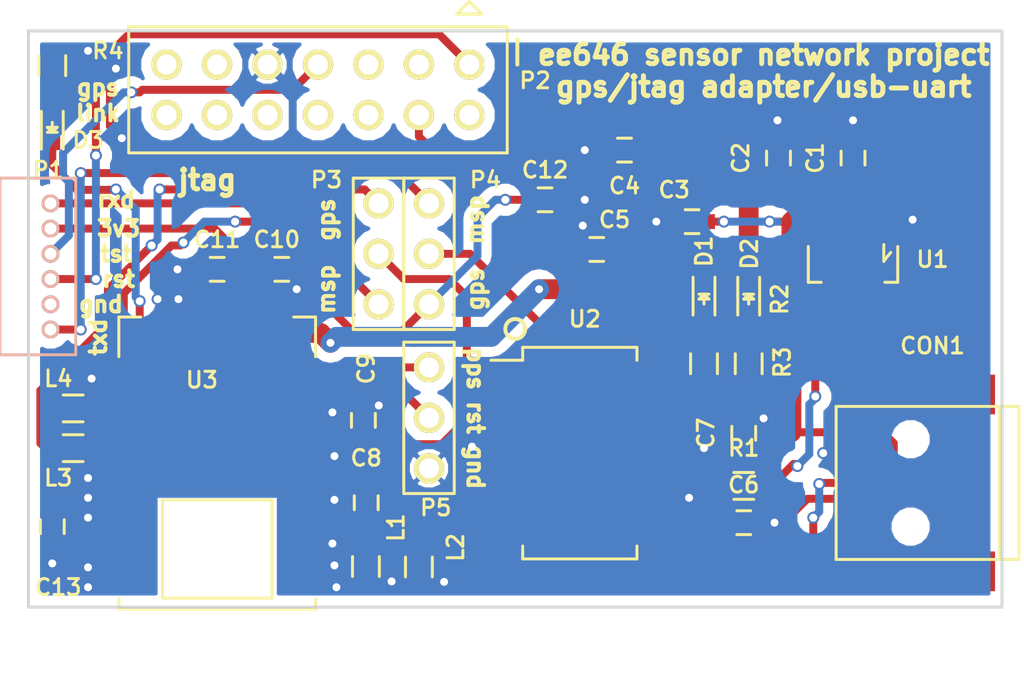
<source format=kicad_pcb>
(kicad_pcb (version 4) (host pcbnew "(2015-10-22 BZR 6274, Git d63c017)-product")

  (general
    (links 88)
    (no_connects 4)
    (area 116.924999 97.924999 166.075001 127.075001)
    (thickness 1.6)
    (drawings 20)
    (tracks 370)
    (zones 0)
    (modules 33)
    (nets 59)
  )

  (page A4)
  (layers
    (0 F.Cu signal)
    (31 B.Cu signal hide)
    (32 B.Adhes user)
    (33 F.Adhes user)
    (34 B.Paste user)
    (35 F.Paste user)
    (36 B.SilkS user)
    (37 F.SilkS user)
    (38 B.Mask user)
    (39 F.Mask user)
    (40 Dwgs.User user)
    (41 Cmts.User user)
    (42 Eco1.User user)
    (43 Eco2.User user)
    (44 Edge.Cuts user)
    (45 Margin user)
    (46 B.CrtYd user)
    (47 F.CrtYd user)
    (48 B.Fab user)
    (49 F.Fab user)
  )

  (setup
    (last_trace_width 0.4)
    (user_trace_width 0.4)
    (user_trace_width 1)
    (user_trace_width 2)
    (trace_clearance 0.2)
    (zone_clearance 0.508)
    (zone_45_only no)
    (trace_min 0.2)
    (segment_width 0.2)
    (edge_width 0.15)
    (via_size 0.6)
    (via_drill 0.4)
    (via_min_size 0.4)
    (via_min_drill 0.3)
    (uvia_size 0.3)
    (uvia_drill 0.1)
    (uvias_allowed no)
    (uvia_min_size 0.2)
    (uvia_min_drill 0.1)
    (pcb_text_width 0.3)
    (pcb_text_size 1.5 1.5)
    (mod_edge_width 0.15)
    (mod_text_size 0.8 0.8)
    (mod_text_width 0.15)
    (pad_size 1.524 1.524)
    (pad_drill 0.762)
    (pad_to_mask_clearance 0.2)
    (aux_axis_origin 0 0)
    (visible_elements FFFEFF7F)
    (pcbplotparams
      (layerselection 0x00030_80000001)
      (usegerberextensions false)
      (excludeedgelayer true)
      (linewidth 0.100000)
      (plotframeref false)
      (viasonmask false)
      (mode 1)
      (useauxorigin false)
      (hpglpennumber 1)
      (hpglpenspeed 20)
      (hpglpendiameter 15)
      (hpglpenoverlay 2)
      (psnegative false)
      (psa4output false)
      (plotreference true)
      (plotvalue true)
      (plotinvisibletext false)
      (padsonsilk false)
      (subtractmaskfromsilk false)
      (outputformat 1)
      (mirror false)
      (drillshape 1)
      (scaleselection 1)
      (outputdirectory ""))
  )

  (net 0 "")
  (net 1 +3V3)
  (net 2 GND)
  (net 3 +5V)
  (net 4 "Net-(C6-Pad1)")
  (net 5 "Net-(C8-Pad1)")
  (net 6 "Net-(C8-Pad2)")
  (net 7 /GPS_TXD)
  (net 8 /GPS_RXD)
  (net 9 "Net-(CON1-Pad2)")
  (net 10 "Net-(CON1-Pad3)")
  (net 11 "Net-(CON1-Pad4)")
  (net 12 "Net-(CON1-Pad6)")
  (net 13 "Net-(D1-Pad2)")
  (net 14 "Net-(D2-Pad2)")
  (net 15 "Net-(D3-Pad2)")
  (net 16 "Net-(D3-Pad1)")
  (net 17 "Net-(L3-Pad1)")
  (net 18 "Net-(L4-Pad1)")
  (net 19 /MSP_RXD)
  (net 20 /MSP_TST)
  (net 21 /MSP_RST)
  (net 22 /MSP_GND)
  (net 23 /MSP_TXD)
  (net 24 "Net-(P2-Pad2)")
  (net 25 "Net-(P2-Pad3)")
  (net 26 "Net-(P2-Pad5)")
  (net 27 "Net-(P2-Pad6)")
  (net 28 "Net-(P2-Pad8)")
  (net 29 "Net-(P2-Pad10)")
  (net 30 "Net-(P2-Pad11)")
  (net 31 "Net-(P2-Pad12)")
  (net 32 "Net-(P2-Pad13)")
  (net 33 "Net-(P2-Pad14)")
  (net 34 /CY_TXD)
  (net 35 /CY_RXD)
  (net 36 "Net-(P5-Pad2)")
  (net 37 "Net-(P5-Pad3)")
  (net 38 "Net-(R1-Pad1)")
  (net 39 "Net-(R2-Pad1)")
  (net 40 "Net-(R3-Pad1)")
  (net 41 "Net-(U2-Pad2)")
  (net 42 "Net-(U2-Pad3)")
  (net 43 "Net-(U2-Pad6)")
  (net 44 "Net-(U2-Pad8)")
  (net 45 "Net-(U2-Pad9)")
  (net 46 "Net-(U2-Pad10)")
  (net 47 "Net-(U2-Pad11)")
  (net 48 "Net-(U2-Pad12)")
  (net 49 "Net-(U2-Pad13)")
  (net 50 "Net-(U2-Pad14)")
  (net 51 "Net-(U2-Pad24)")
  (net 52 "Net-(U2-Pad25)")
  (net 53 "Net-(U2-Pad26)")
  (net 54 "Net-(U2-Pad27)")
  (net 55 "Net-(U2-Pad28)")
  (net 56 "Net-(U3-Pad13)")
  (net 57 "Net-(U3-Pad14)")
  (net 58 "Net-(U3-Pad26)")

  (net_class Default "This is the default net class."
    (clearance 0.2)
    (trace_width 0.25)
    (via_dia 0.6)
    (via_drill 0.4)
    (uvia_dia 0.3)
    (uvia_drill 0.1)
    (add_net +3V3)
    (add_net +5V)
    (add_net /CY_RXD)
    (add_net /CY_TXD)
    (add_net /GPS_RXD)
    (add_net /GPS_TXD)
    (add_net /MSP_GND)
    (add_net /MSP_RST)
    (add_net /MSP_RXD)
    (add_net /MSP_TST)
    (add_net /MSP_TXD)
    (add_net GND)
    (add_net "Net-(C6-Pad1)")
    (add_net "Net-(C8-Pad1)")
    (add_net "Net-(C8-Pad2)")
    (add_net "Net-(CON1-Pad2)")
    (add_net "Net-(CON1-Pad3)")
    (add_net "Net-(CON1-Pad4)")
    (add_net "Net-(CON1-Pad6)")
    (add_net "Net-(D1-Pad2)")
    (add_net "Net-(D2-Pad2)")
    (add_net "Net-(D3-Pad1)")
    (add_net "Net-(D3-Pad2)")
    (add_net "Net-(L3-Pad1)")
    (add_net "Net-(L4-Pad1)")
    (add_net "Net-(P2-Pad10)")
    (add_net "Net-(P2-Pad11)")
    (add_net "Net-(P2-Pad12)")
    (add_net "Net-(P2-Pad13)")
    (add_net "Net-(P2-Pad14)")
    (add_net "Net-(P2-Pad2)")
    (add_net "Net-(P2-Pad3)")
    (add_net "Net-(P2-Pad5)")
    (add_net "Net-(P2-Pad6)")
    (add_net "Net-(P2-Pad8)")
    (add_net "Net-(P5-Pad2)")
    (add_net "Net-(P5-Pad3)")
    (add_net "Net-(R1-Pad1)")
    (add_net "Net-(R2-Pad1)")
    (add_net "Net-(R3-Pad1)")
    (add_net "Net-(U2-Pad10)")
    (add_net "Net-(U2-Pad11)")
    (add_net "Net-(U2-Pad12)")
    (add_net "Net-(U2-Pad13)")
    (add_net "Net-(U2-Pad14)")
    (add_net "Net-(U2-Pad2)")
    (add_net "Net-(U2-Pad24)")
    (add_net "Net-(U2-Pad25)")
    (add_net "Net-(U2-Pad26)")
    (add_net "Net-(U2-Pad27)")
    (add_net "Net-(U2-Pad28)")
    (add_net "Net-(U2-Pad3)")
    (add_net "Net-(U2-Pad6)")
    (add_net "Net-(U2-Pad8)")
    (add_net "Net-(U2-Pad9)")
    (add_net "Net-(U3-Pad13)")
    (add_net "Net-(U3-Pad14)")
    (add_net "Net-(U3-Pad26)")
  )

  (module Capacitors_SMD:C_0603 (layer F.Cu) (tedit 5415D631) (tstamp 5629E02A)
    (at 158.5 104.4 90)
    (descr "Capacitor SMD 0603, reflow soldering, AVX (see smccp.pdf)")
    (tags "capacitor 0603")
    (path /5628933F)
    (attr smd)
    (fp_text reference C1 (at 0 -1.9 90) (layer F.SilkS)
      (effects (font (size 0.8 0.8) (thickness 0.15)))
    )
    (fp_text value 1000nF (at 0 1.9 90) (layer F.Fab)
      (effects (font (size 0.8 0.8) (thickness 0.15)))
    )
    (fp_line (start -1.45 -0.75) (end 1.45 -0.75) (layer F.CrtYd) (width 0.05))
    (fp_line (start -1.45 0.75) (end 1.45 0.75) (layer F.CrtYd) (width 0.05))
    (fp_line (start -1.45 -0.75) (end -1.45 0.75) (layer F.CrtYd) (width 0.05))
    (fp_line (start 1.45 -0.75) (end 1.45 0.75) (layer F.CrtYd) (width 0.05))
    (fp_line (start -0.35 -0.6) (end 0.35 -0.6) (layer F.SilkS) (width 0.15))
    (fp_line (start 0.35 0.6) (end -0.35 0.6) (layer F.SilkS) (width 0.15))
    (pad 1 smd rect (at -0.75 0 90) (size 0.8 0.75) (layers F.Cu F.Paste F.Mask)
      (net 1 +3V3))
    (pad 2 smd rect (at 0.75 0 90) (size 0.8 0.75) (layers F.Cu F.Paste F.Mask)
      (net 2 GND))
    (model Capacitors_SMD.3dshapes/C_0603.wrl
      (at (xyz 0 0 0))
      (scale (xyz 1 1 1))
      (rotate (xyz 0 0 0))
    )
  )

  (module Capacitors_SMD:C_0603 (layer F.Cu) (tedit 5415D631) (tstamp 5629E036)
    (at 154.75 104.4 90)
    (descr "Capacitor SMD 0603, reflow soldering, AVX (see smccp.pdf)")
    (tags "capacitor 0603")
    (path /562890A7)
    (attr smd)
    (fp_text reference C2 (at 0 -1.9 90) (layer F.SilkS)
      (effects (font (size 0.8 0.8) (thickness 0.15)))
    )
    (fp_text value 100nF (at 0 1.9 90) (layer F.Fab)
      (effects (font (size 0.8 0.8) (thickness 0.15)))
    )
    (fp_line (start -1.45 -0.75) (end 1.45 -0.75) (layer F.CrtYd) (width 0.05))
    (fp_line (start -1.45 0.75) (end 1.45 0.75) (layer F.CrtYd) (width 0.05))
    (fp_line (start -1.45 -0.75) (end -1.45 0.75) (layer F.CrtYd) (width 0.05))
    (fp_line (start 1.45 -0.75) (end 1.45 0.75) (layer F.CrtYd) (width 0.05))
    (fp_line (start -0.35 -0.6) (end 0.35 -0.6) (layer F.SilkS) (width 0.15))
    (fp_line (start 0.35 0.6) (end -0.35 0.6) (layer F.SilkS) (width 0.15))
    (pad 1 smd rect (at -0.75 0 90) (size 0.8 0.75) (layers F.Cu F.Paste F.Mask)
      (net 1 +3V3))
    (pad 2 smd rect (at 0.75 0 90) (size 0.8 0.75) (layers F.Cu F.Paste F.Mask)
      (net 2 GND))
    (model Capacitors_SMD.3dshapes/C_0603.wrl
      (at (xyz 0 0 0))
      (scale (xyz 1 1 1))
      (rotate (xyz 0 0 0))
    )
  )

  (module Capacitors_SMD:C_0603 (layer F.Cu) (tedit 5415D631) (tstamp 5629E042)
    (at 150.4 107.6 180)
    (descr "Capacitor SMD 0603, reflow soldering, AVX (see smccp.pdf)")
    (tags "capacitor 0603")
    (path /5628953F)
    (attr smd)
    (fp_text reference C3 (at 0.9 1.6 180) (layer F.SilkS)
      (effects (font (size 0.8 0.8) (thickness 0.15)))
    )
    (fp_text value 100nF (at 0 1.9 180) (layer F.Fab)
      (effects (font (size 0.8 0.8) (thickness 0.15)))
    )
    (fp_line (start -1.45 -0.75) (end 1.45 -0.75) (layer F.CrtYd) (width 0.05))
    (fp_line (start -1.45 0.75) (end 1.45 0.75) (layer F.CrtYd) (width 0.05))
    (fp_line (start -1.45 -0.75) (end -1.45 0.75) (layer F.CrtYd) (width 0.05))
    (fp_line (start 1.45 -0.75) (end 1.45 0.75) (layer F.CrtYd) (width 0.05))
    (fp_line (start -0.35 -0.6) (end 0.35 -0.6) (layer F.SilkS) (width 0.15))
    (fp_line (start 0.35 0.6) (end -0.35 0.6) (layer F.SilkS) (width 0.15))
    (pad 1 smd rect (at -0.75 0 180) (size 0.8 0.75) (layers F.Cu F.Paste F.Mask)
      (net 3 +5V))
    (pad 2 smd rect (at 0.75 0 180) (size 0.8 0.75) (layers F.Cu F.Paste F.Mask)
      (net 2 GND))
    (model Capacitors_SMD.3dshapes/C_0603.wrl
      (at (xyz 0 0 0))
      (scale (xyz 1 1 1))
      (rotate (xyz 0 0 0))
    )
  )

  (module Capacitors_SMD:C_0603 (layer F.Cu) (tedit 5415D631) (tstamp 5629E04E)
    (at 147 104 180)
    (descr "Capacitor SMD 0603, reflow soldering, AVX (see smccp.pdf)")
    (tags "capacitor 0603")
    (path /56272650)
    (attr smd)
    (fp_text reference C4 (at 0 -1.8 180) (layer F.SilkS)
      (effects (font (size 0.8 0.8) (thickness 0.15)))
    )
    (fp_text value 100nF (at 0 1.9 180) (layer F.Fab)
      (effects (font (size 0.8 0.8) (thickness 0.15)))
    )
    (fp_line (start -1.45 -0.75) (end 1.45 -0.75) (layer F.CrtYd) (width 0.05))
    (fp_line (start -1.45 0.75) (end 1.45 0.75) (layer F.CrtYd) (width 0.05))
    (fp_line (start -1.45 -0.75) (end -1.45 0.75) (layer F.CrtYd) (width 0.05))
    (fp_line (start 1.45 -0.75) (end 1.45 0.75) (layer F.CrtYd) (width 0.05))
    (fp_line (start -0.35 -0.6) (end 0.35 -0.6) (layer F.SilkS) (width 0.15))
    (fp_line (start 0.35 0.6) (end -0.35 0.6) (layer F.SilkS) (width 0.15))
    (pad 1 smd rect (at -0.75 0 180) (size 0.8 0.75) (layers F.Cu F.Paste F.Mask)
      (net 1 +3V3))
    (pad 2 smd rect (at 0.75 0 180) (size 0.8 0.75) (layers F.Cu F.Paste F.Mask)
      (net 2 GND))
    (model Capacitors_SMD.3dshapes/C_0603.wrl
      (at (xyz 0 0 0))
      (scale (xyz 1 1 1))
      (rotate (xyz 0 0 0))
    )
  )

  (module Capacitors_SMD:C_0603 (layer F.Cu) (tedit 5415D631) (tstamp 5629E05A)
    (at 145.6 109 180)
    (descr "Capacitor SMD 0603, reflow soldering, AVX (see smccp.pdf)")
    (tags "capacitor 0603")
    (path /562728BB)
    (attr smd)
    (fp_text reference C5 (at -0.9 1.5 180) (layer F.SilkS)
      (effects (font (size 0.8 0.8) (thickness 0.15)))
    )
    (fp_text value 1000nF (at 0 1.9 180) (layer F.Fab)
      (effects (font (size 0.8 0.8) (thickness 0.15)))
    )
    (fp_line (start -1.45 -0.75) (end 1.45 -0.75) (layer F.CrtYd) (width 0.05))
    (fp_line (start -1.45 0.75) (end 1.45 0.75) (layer F.CrtYd) (width 0.05))
    (fp_line (start -1.45 -0.75) (end -1.45 0.75) (layer F.CrtYd) (width 0.05))
    (fp_line (start 1.45 -0.75) (end 1.45 0.75) (layer F.CrtYd) (width 0.05))
    (fp_line (start -0.35 -0.6) (end 0.35 -0.6) (layer F.SilkS) (width 0.15))
    (fp_line (start 0.35 0.6) (end -0.35 0.6) (layer F.SilkS) (width 0.15))
    (pad 1 smd rect (at -0.75 0 180) (size 0.8 0.75) (layers F.Cu F.Paste F.Mask)
      (net 1 +3V3))
    (pad 2 smd rect (at 0.75 0 180) (size 0.8 0.75) (layers F.Cu F.Paste F.Mask)
      (net 2 GND))
    (model Capacitors_SMD.3dshapes/C_0603.wrl
      (at (xyz 0 0 0))
      (scale (xyz 1 1 1))
      (rotate (xyz 0 0 0))
    )
  )

  (module Capacitors_SMD:C_0603 (layer F.Cu) (tedit 5415D631) (tstamp 5629E066)
    (at 153 122.75)
    (descr "Capacitor SMD 0603, reflow soldering, AVX (see smccp.pdf)")
    (tags "capacitor 0603")
    (path /56295696)
    (attr smd)
    (fp_text reference C6 (at 0 -1.9) (layer F.SilkS)
      (effects (font (size 0.8 0.8) (thickness 0.15)))
    )
    (fp_text value 1000nF (at 0 1.9) (layer F.Fab)
      (effects (font (size 0.8 0.8) (thickness 0.15)))
    )
    (fp_line (start -1.45 -0.75) (end 1.45 -0.75) (layer F.CrtYd) (width 0.05))
    (fp_line (start -1.45 0.75) (end 1.45 0.75) (layer F.CrtYd) (width 0.05))
    (fp_line (start -1.45 -0.75) (end -1.45 0.75) (layer F.CrtYd) (width 0.05))
    (fp_line (start 1.45 -0.75) (end 1.45 0.75) (layer F.CrtYd) (width 0.05))
    (fp_line (start -0.35 -0.6) (end 0.35 -0.6) (layer F.SilkS) (width 0.15))
    (fp_line (start 0.35 0.6) (end -0.35 0.6) (layer F.SilkS) (width 0.15))
    (pad 1 smd rect (at -0.75 0) (size 0.8 0.75) (layers F.Cu F.Paste F.Mask)
      (net 4 "Net-(C6-Pad1)"))
    (pad 2 smd rect (at 0.75 0) (size 0.8 0.75) (layers F.Cu F.Paste F.Mask)
      (net 2 GND))
    (model Capacitors_SMD.3dshapes/C_0603.wrl
      (at (xyz 0 0 0))
      (scale (xyz 1 1 1))
      (rotate (xyz 0 0 0))
    )
  )

  (module Capacitors_SMD:C_0603 (layer F.Cu) (tedit 5415D631) (tstamp 5629E072)
    (at 153 118.25 90)
    (descr "Capacitor SMD 0603, reflow soldering, AVX (see smccp.pdf)")
    (tags "capacitor 0603")
    (path /562741D3)
    (attr smd)
    (fp_text reference C7 (at 0 -1.9 90) (layer F.SilkS)
      (effects (font (size 0.8 0.8) (thickness 0.15)))
    )
    (fp_text value 100nF (at 0 1.9 90) (layer F.Fab)
      (effects (font (size 0.8 0.8) (thickness 0.15)))
    )
    (fp_line (start -1.45 -0.75) (end 1.45 -0.75) (layer F.CrtYd) (width 0.05))
    (fp_line (start -1.45 0.75) (end 1.45 0.75) (layer F.CrtYd) (width 0.05))
    (fp_line (start -1.45 -0.75) (end -1.45 0.75) (layer F.CrtYd) (width 0.05))
    (fp_line (start 1.45 -0.75) (end 1.45 0.75) (layer F.CrtYd) (width 0.05))
    (fp_line (start -0.35 -0.6) (end 0.35 -0.6) (layer F.SilkS) (width 0.15))
    (fp_line (start 0.35 0.6) (end -0.35 0.6) (layer F.SilkS) (width 0.15))
    (pad 1 smd rect (at -0.75 0 90) (size 0.8 0.75) (layers F.Cu F.Paste F.Mask)
      (net 3 +5V))
    (pad 2 smd rect (at 0.75 0 90) (size 0.8 0.75) (layers F.Cu F.Paste F.Mask)
      (net 2 GND))
    (model Capacitors_SMD.3dshapes/C_0603.wrl
      (at (xyz 0 0 0))
      (scale (xyz 1 1 1))
      (rotate (xyz 0 0 0))
    )
  )

  (module Capacitors_SMD:C_0603 (layer F.Cu) (tedit 5415D631) (tstamp 5629E07E)
    (at 134 121.75 90)
    (descr "Capacitor SMD 0603, reflow soldering, AVX (see smccp.pdf)")
    (tags "capacitor 0603")
    (path /5628D140)
    (attr smd)
    (fp_text reference C8 (at 2.25 0 180) (layer F.SilkS)
      (effects (font (size 0.8 0.8) (thickness 0.15)))
    )
    (fp_text value 22pF (at 0 1.9 90) (layer F.Fab)
      (effects (font (size 0.8 0.8) (thickness 0.15)))
    )
    (fp_line (start -1.45 -0.75) (end 1.45 -0.75) (layer F.CrtYd) (width 0.05))
    (fp_line (start -1.45 0.75) (end 1.45 0.75) (layer F.CrtYd) (width 0.05))
    (fp_line (start -1.45 -0.75) (end -1.45 0.75) (layer F.CrtYd) (width 0.05))
    (fp_line (start 1.45 -0.75) (end 1.45 0.75) (layer F.CrtYd) (width 0.05))
    (fp_line (start -0.35 -0.6) (end 0.35 -0.6) (layer F.SilkS) (width 0.15))
    (fp_line (start 0.35 0.6) (end -0.35 0.6) (layer F.SilkS) (width 0.15))
    (pad 1 smd rect (at -0.75 0 90) (size 0.8 0.75) (layers F.Cu F.Paste F.Mask)
      (net 5 "Net-(C8-Pad1)"))
    (pad 2 smd rect (at 0.75 0 90) (size 0.8 0.75) (layers F.Cu F.Paste F.Mask)
      (net 6 "Net-(C8-Pad2)"))
    (model Capacitors_SMD.3dshapes/C_0603.wrl
      (at (xyz 0 0 0))
      (scale (xyz 1 1 1))
      (rotate (xyz 0 0 0))
    )
  )

  (module Capacitors_SMD:C_0603 (layer F.Cu) (tedit 5415D631) (tstamp 5629E08A)
    (at 133.858 117.602 90)
    (descr "Capacitor SMD 0603, reflow soldering, AVX (see smccp.pdf)")
    (tags "capacitor 0603")
    (path /5628E1C0)
    (attr smd)
    (fp_text reference C9 (at 2.602 0.142 90) (layer F.SilkS)
      (effects (font (size 0.8 0.8) (thickness 0.15)))
    )
    (fp_text value 100nF (at 0 1.9 90) (layer F.Fab)
      (effects (font (size 0.8 0.8) (thickness 0.15)))
    )
    (fp_line (start -1.45 -0.75) (end 1.45 -0.75) (layer F.CrtYd) (width 0.05))
    (fp_line (start -1.45 0.75) (end 1.45 0.75) (layer F.CrtYd) (width 0.05))
    (fp_line (start -1.45 -0.75) (end -1.45 0.75) (layer F.CrtYd) (width 0.05))
    (fp_line (start 1.45 -0.75) (end 1.45 0.75) (layer F.CrtYd) (width 0.05))
    (fp_line (start -0.35 -0.6) (end 0.35 -0.6) (layer F.SilkS) (width 0.15))
    (fp_line (start 0.35 0.6) (end -0.35 0.6) (layer F.SilkS) (width 0.15))
    (pad 1 smd rect (at -0.75 0 90) (size 0.8 0.75) (layers F.Cu F.Paste F.Mask)
      (net 1 +3V3))
    (pad 2 smd rect (at 0.75 0 90) (size 0.8 0.75) (layers F.Cu F.Paste F.Mask)
      (net 2 GND))
    (model Capacitors_SMD.3dshapes/C_0603.wrl
      (at (xyz 0 0 0))
      (scale (xyz 1 1 1))
      (rotate (xyz 0 0 0))
    )
  )

  (module Capacitors_SMD:C_0603 (layer F.Cu) (tedit 5415D631) (tstamp 5629E096)
    (at 129.75 110)
    (descr "Capacitor SMD 0603, reflow soldering, AVX (see smccp.pdf)")
    (tags "capacitor 0603")
    (path /5629302A)
    (attr smd)
    (fp_text reference C10 (at -0.25 -1.5) (layer F.SilkS)
      (effects (font (size 0.8 0.8) (thickness 0.15)))
    )
    (fp_text value 22pF (at 0 1.9) (layer F.Fab)
      (effects (font (size 0.8 0.8) (thickness 0.15)))
    )
    (fp_line (start -1.45 -0.75) (end 1.45 -0.75) (layer F.CrtYd) (width 0.05))
    (fp_line (start -1.45 0.75) (end 1.45 0.75) (layer F.CrtYd) (width 0.05))
    (fp_line (start -1.45 -0.75) (end -1.45 0.75) (layer F.CrtYd) (width 0.05))
    (fp_line (start 1.45 -0.75) (end 1.45 0.75) (layer F.CrtYd) (width 0.05))
    (fp_line (start -0.35 -0.6) (end 0.35 -0.6) (layer F.SilkS) (width 0.15))
    (fp_line (start 0.35 0.6) (end -0.35 0.6) (layer F.SilkS) (width 0.15))
    (pad 1 smd rect (at -0.75 0) (size 0.8 0.75) (layers F.Cu F.Paste F.Mask)
      (net 1 +3V3))
    (pad 2 smd rect (at 0.75 0) (size 0.8 0.75) (layers F.Cu F.Paste F.Mask)
      (net 2 GND))
    (model Capacitors_SMD.3dshapes/C_0603.wrl
      (at (xyz 0 0 0))
      (scale (xyz 1 1 1))
      (rotate (xyz 0 0 0))
    )
  )

  (module Capacitors_SMD:C_0603 (layer F.Cu) (tedit 5415D631) (tstamp 5629E0A2)
    (at 126.5 110 180)
    (descr "Capacitor SMD 0603, reflow soldering, AVX (see smccp.pdf)")
    (tags "capacitor 0603")
    (path /562934DE)
    (attr smd)
    (fp_text reference C11 (at 0 1.5 180) (layer F.SilkS)
      (effects (font (size 0.8 0.8) (thickness 0.15)))
    )
    (fp_text value 100nF (at 0 1.9 180) (layer F.Fab)
      (effects (font (size 0.8 0.8) (thickness 0.15)))
    )
    (fp_line (start -1.45 -0.75) (end 1.45 -0.75) (layer F.CrtYd) (width 0.05))
    (fp_line (start -1.45 0.75) (end 1.45 0.75) (layer F.CrtYd) (width 0.05))
    (fp_line (start -1.45 -0.75) (end -1.45 0.75) (layer F.CrtYd) (width 0.05))
    (fp_line (start 1.45 -0.75) (end 1.45 0.75) (layer F.CrtYd) (width 0.05))
    (fp_line (start -0.35 -0.6) (end 0.35 -0.6) (layer F.SilkS) (width 0.15))
    (fp_line (start 0.35 0.6) (end -0.35 0.6) (layer F.SilkS) (width 0.15))
    (pad 1 smd rect (at -0.75 0 180) (size 0.8 0.75) (layers F.Cu F.Paste F.Mask)
      (net 1 +3V3))
    (pad 2 smd rect (at 0.75 0 180) (size 0.8 0.75) (layers F.Cu F.Paste F.Mask)
      (net 2 GND))
    (model Capacitors_SMD.3dshapes/C_0603.wrl
      (at (xyz 0 0 0))
      (scale (xyz 1 1 1))
      (rotate (xyz 0 0 0))
    )
  )

  (module Capacitors_SMD:C_0603 (layer F.Cu) (tedit 5415D631) (tstamp 5629E0AE)
    (at 143 106.5)
    (descr "Capacitor SMD 0603, reflow soldering, AVX (see smccp.pdf)")
    (tags "capacitor 0603")
    (path /5628B33B)
    (attr smd)
    (fp_text reference C12 (at 0 -1.5) (layer F.SilkS)
      (effects (font (size 0.8 0.8) (thickness 0.15)))
    )
    (fp_text value 22pF (at 0 1.9) (layer F.Fab)
      (effects (font (size 0.8 0.8) (thickness 0.15)))
    )
    (fp_line (start -1.45 -0.75) (end 1.45 -0.75) (layer F.CrtYd) (width 0.05))
    (fp_line (start -1.45 0.75) (end 1.45 0.75) (layer F.CrtYd) (width 0.05))
    (fp_line (start -1.45 -0.75) (end -1.45 0.75) (layer F.CrtYd) (width 0.05))
    (fp_line (start 1.45 -0.75) (end 1.45 0.75) (layer F.CrtYd) (width 0.05))
    (fp_line (start -0.35 -0.6) (end 0.35 -0.6) (layer F.SilkS) (width 0.15))
    (fp_line (start 0.35 0.6) (end -0.35 0.6) (layer F.SilkS) (width 0.15))
    (pad 1 smd rect (at -0.75 0) (size 0.8 0.75) (layers F.Cu F.Paste F.Mask)
      (net 7 /GPS_TXD))
    (pad 2 smd rect (at 0.75 0) (size 0.8 0.75) (layers F.Cu F.Paste F.Mask)
      (net 2 GND))
    (model Capacitors_SMD.3dshapes/C_0603.wrl
      (at (xyz 0 0 0))
      (scale (xyz 1 1 1))
      (rotate (xyz 0 0 0))
    )
  )

  (module Capacitors_SMD:C_0603 (layer F.Cu) (tedit 5415D631) (tstamp 5629E0BA)
    (at 118.2 122.95 270)
    (descr "Capacitor SMD 0603, reflow soldering, AVX (see smccp.pdf)")
    (tags "capacitor 0603")
    (path /5628B5A6)
    (attr smd)
    (fp_text reference C13 (at 3.05 -0.3 360) (layer F.SilkS)
      (effects (font (size 0.8 0.8) (thickness 0.15)))
    )
    (fp_text value 22pF (at 0 1.9 270) (layer F.Fab)
      (effects (font (size 0.8 0.8) (thickness 0.15)))
    )
    (fp_line (start -1.45 -0.75) (end 1.45 -0.75) (layer F.CrtYd) (width 0.05))
    (fp_line (start -1.45 0.75) (end 1.45 0.75) (layer F.CrtYd) (width 0.05))
    (fp_line (start -1.45 -0.75) (end -1.45 0.75) (layer F.CrtYd) (width 0.05))
    (fp_line (start 1.45 -0.75) (end 1.45 0.75) (layer F.CrtYd) (width 0.05))
    (fp_line (start -0.35 -0.6) (end 0.35 -0.6) (layer F.SilkS) (width 0.15))
    (fp_line (start 0.35 0.6) (end -0.35 0.6) (layer F.SilkS) (width 0.15))
    (pad 1 smd rect (at -0.75 0 270) (size 0.8 0.75) (layers F.Cu F.Paste F.Mask)
      (net 8 /GPS_RXD))
    (pad 2 smd rect (at 0.75 0 270) (size 0.8 0.75) (layers F.Cu F.Paste F.Mask)
      (net 2 GND))
    (model Capacitors_SMD.3dshapes/C_0603.wrl
      (at (xyz 0 0 0))
      (scale (xyz 1 1 1))
      (rotate (xyz 0 0 0))
    )
  )

  (module Connect:USB_Mini-B (layer F.Cu) (tedit 5543E571) (tstamp 5629E0D2)
    (at 162.25 120.75 180)
    (descr "USB Mini-B 5-pin SMD connector")
    (tags "USB USB_B USB_Mini connector")
    (path /5626FED2)
    (attr smd)
    (fp_text reference CON1 (at -0.25 6.90118 180) (layer F.SilkS)
      (effects (font (size 0.8 0.8) (thickness 0.15)))
    )
    (fp_text value USB-MICRO-B (at 0 -7.0993 180) (layer F.Fab)
      (effects (font (size 0.8 0.8) (thickness 0.15)))
    )
    (fp_line (start -4.85 -5.7) (end 4.85 -5.7) (layer F.CrtYd) (width 0.05))
    (fp_line (start 4.85 -5.7) (end 4.85 5.7) (layer F.CrtYd) (width 0.05))
    (fp_line (start 4.85 5.7) (end -4.85 5.7) (layer F.CrtYd) (width 0.05))
    (fp_line (start -4.85 5.7) (end -4.85 -5.7) (layer F.CrtYd) (width 0.05))
    (fp_line (start -3.59918 -3.85064) (end -3.59918 3.85064) (layer F.SilkS) (width 0.15))
    (fp_line (start -4.59994 -3.85064) (end -4.59994 3.85064) (layer F.SilkS) (width 0.15))
    (fp_line (start -4.59994 3.85064) (end 4.59994 3.85064) (layer F.SilkS) (width 0.15))
    (fp_line (start 4.59994 3.85064) (end 4.59994 -3.85064) (layer F.SilkS) (width 0.15))
    (fp_line (start 4.59994 -3.85064) (end -4.59994 -3.85064) (layer F.SilkS) (width 0.15))
    (pad 1 smd rect (at 3.44932 -1.6002 180) (size 2.30124 0.50038) (layers F.Cu F.Paste F.Mask)
      (net 3 +5V))
    (pad 2 smd rect (at 3.44932 -0.8001 180) (size 2.30124 0.50038) (layers F.Cu F.Paste F.Mask)
      (net 9 "Net-(CON1-Pad2)"))
    (pad 3 smd rect (at 3.44932 0 180) (size 2.30124 0.50038) (layers F.Cu F.Paste F.Mask)
      (net 10 "Net-(CON1-Pad3)"))
    (pad 4 smd rect (at 3.44932 0.8001 180) (size 2.30124 0.50038) (layers F.Cu F.Paste F.Mask)
      (net 11 "Net-(CON1-Pad4)"))
    (pad 5 smd rect (at 3.44932 1.6002 180) (size 2.30124 0.50038) (layers F.Cu F.Paste F.Mask)
      (net 2 GND))
    (pad 6 smd rect (at 3.35026 -4.45008 180) (size 2.49936 1.99898) (layers F.Cu F.Paste F.Mask)
      (net 12 "Net-(CON1-Pad6)"))
    (pad 6 smd rect (at -2.14884 -4.45008 180) (size 2.49936 1.99898) (layers F.Cu F.Paste F.Mask)
      (net 12 "Net-(CON1-Pad6)"))
    (pad 6 smd rect (at 3.35026 4.45008 180) (size 2.49936 1.99898) (layers F.Cu F.Paste F.Mask)
      (net 12 "Net-(CON1-Pad6)"))
    (pad 6 smd rect (at -2.14884 4.45008 180) (size 2.49936 1.99898) (layers F.Cu F.Paste F.Mask)
      (net 12 "Net-(CON1-Pad6)"))
    (pad "" np_thru_hole circle (at 0.8509 -2.19964 180) (size 0.89916 0.89916) (drill 0.89916) (layers *.Cu *.Mask F.SilkS))
    (pad "" np_thru_hole circle (at 0.8509 2.19964 180) (size 0.89916 0.89916) (drill 0.89916) (layers *.Cu *.Mask F.SilkS))
  )

  (module LEDs:LED-0603 (layer F.Cu) (tedit 55BDE255) (tstamp 5629E0E3)
    (at 151 111.4993 270)
    (descr "LED 0603 smd package")
    (tags "LED led 0603 SMD smd SMT smt smdled SMDLED smtled SMTLED")
    (path /56295E99)
    (attr smd)
    (fp_text reference D1 (at -2.4063 -0.003 270) (layer F.SilkS)
      (effects (font (size 0.8 0.8) (thickness 0.15)))
    )
    (fp_text value LED (at 0 1.5 270) (layer F.Fab)
      (effects (font (size 0.8 0.8) (thickness 0.15)))
    )
    (fp_line (start -1.1 0.55) (end 0.8 0.55) (layer F.SilkS) (width 0.15))
    (fp_line (start -1.1 -0.55) (end 0.8 -0.55) (layer F.SilkS) (width 0.15))
    (fp_line (start -0.2 0) (end 0.25 0) (layer F.SilkS) (width 0.15))
    (fp_line (start -0.25 -0.25) (end -0.25 0.25) (layer F.SilkS) (width 0.15))
    (fp_line (start -0.25 0) (end 0 -0.25) (layer F.SilkS) (width 0.15))
    (fp_line (start 0 -0.25) (end 0 0.25) (layer F.SilkS) (width 0.15))
    (fp_line (start 0 0.25) (end -0.25 0) (layer F.SilkS) (width 0.15))
    (fp_line (start 1.4 -0.75) (end 1.4 0.75) (layer F.CrtYd) (width 0.05))
    (fp_line (start 1.4 0.75) (end -1.4 0.75) (layer F.CrtYd) (width 0.05))
    (fp_line (start -1.4 0.75) (end -1.4 -0.75) (layer F.CrtYd) (width 0.05))
    (fp_line (start -1.4 -0.75) (end 1.4 -0.75) (layer F.CrtYd) (width 0.05))
    (pad 2 smd rect (at 0.7493 0 90) (size 0.79756 0.79756) (layers F.Cu F.Paste F.Mask)
      (net 13 "Net-(D1-Pad2)"))
    (pad 1 smd rect (at -0.7493 0 90) (size 0.79756 0.79756) (layers F.Cu F.Paste F.Mask)
      (net 1 +3V3))
  )

  (module LEDs:LED-0603 (layer F.Cu) (tedit 55BDE255) (tstamp 5629E0F4)
    (at 153.25 111.5 270)
    (descr "LED 0603 smd package")
    (tags "LED led 0603 SMD smd SMT smt smdled SMDLED smtled SMTLED")
    (path /562962CE)
    (attr smd)
    (fp_text reference D2 (at -2.28 -0.039 270) (layer F.SilkS)
      (effects (font (size 0.8 0.8) (thickness 0.15)))
    )
    (fp_text value LED (at 0 1.5 270) (layer F.Fab)
      (effects (font (size 0.8 0.8) (thickness 0.15)))
    )
    (fp_line (start -1.1 0.55) (end 0.8 0.55) (layer F.SilkS) (width 0.15))
    (fp_line (start -1.1 -0.55) (end 0.8 -0.55) (layer F.SilkS) (width 0.15))
    (fp_line (start -0.2 0) (end 0.25 0) (layer F.SilkS) (width 0.15))
    (fp_line (start -0.25 -0.25) (end -0.25 0.25) (layer F.SilkS) (width 0.15))
    (fp_line (start -0.25 0) (end 0 -0.25) (layer F.SilkS) (width 0.15))
    (fp_line (start 0 -0.25) (end 0 0.25) (layer F.SilkS) (width 0.15))
    (fp_line (start 0 0.25) (end -0.25 0) (layer F.SilkS) (width 0.15))
    (fp_line (start 1.4 -0.75) (end 1.4 0.75) (layer F.CrtYd) (width 0.05))
    (fp_line (start 1.4 0.75) (end -1.4 0.75) (layer F.CrtYd) (width 0.05))
    (fp_line (start -1.4 0.75) (end -1.4 -0.75) (layer F.CrtYd) (width 0.05))
    (fp_line (start -1.4 -0.75) (end 1.4 -0.75) (layer F.CrtYd) (width 0.05))
    (pad 2 smd rect (at 0.7493 0 90) (size 0.79756 0.79756) (layers F.Cu F.Paste F.Mask)
      (net 14 "Net-(D2-Pad2)"))
    (pad 1 smd rect (at -0.7493 0 90) (size 0.79756 0.79756) (layers F.Cu F.Paste F.Mask)
      (net 1 +3V3))
  )

  (module LEDs:LED-0603 (layer F.Cu) (tedit 55BDE255) (tstamp 5629E105)
    (at 118.2 102.8507 90)
    (descr "LED 0603 smd package")
    (tags "LED led 0603 SMD smd SMT smt smdled SMDLED smtled SMTLED")
    (path /562919F1)
    (attr smd)
    (fp_text reference D3 (at -0.6493 1.8 180) (layer F.SilkS)
      (effects (font (size 0.8 0.8) (thickness 0.15)))
    )
    (fp_text value LED (at 0 1.5 90) (layer F.Fab)
      (effects (font (size 0.8 0.8) (thickness 0.15)))
    )
    (fp_line (start -1.1 0.55) (end 0.8 0.55) (layer F.SilkS) (width 0.15))
    (fp_line (start -1.1 -0.55) (end 0.8 -0.55) (layer F.SilkS) (width 0.15))
    (fp_line (start -0.2 0) (end 0.25 0) (layer F.SilkS) (width 0.15))
    (fp_line (start -0.25 -0.25) (end -0.25 0.25) (layer F.SilkS) (width 0.15))
    (fp_line (start -0.25 0) (end 0 -0.25) (layer F.SilkS) (width 0.15))
    (fp_line (start 0 -0.25) (end 0 0.25) (layer F.SilkS) (width 0.15))
    (fp_line (start 0 0.25) (end -0.25 0) (layer F.SilkS) (width 0.15))
    (fp_line (start 1.4 -0.75) (end 1.4 0.75) (layer F.CrtYd) (width 0.05))
    (fp_line (start 1.4 0.75) (end -1.4 0.75) (layer F.CrtYd) (width 0.05))
    (fp_line (start -1.4 0.75) (end -1.4 -0.75) (layer F.CrtYd) (width 0.05))
    (fp_line (start -1.4 -0.75) (end 1.4 -0.75) (layer F.CrtYd) (width 0.05))
    (pad 2 smd rect (at 0.7493 0 270) (size 0.79756 0.79756) (layers F.Cu F.Paste F.Mask)
      (net 15 "Net-(D3-Pad2)"))
    (pad 1 smd rect (at -0.7493 0 270) (size 0.79756 0.79756) (layers F.Cu F.Paste F.Mask)
      (net 16 "Net-(D3-Pad1)"))
  )

  (module Resistors_SMD:R_0603 (layer F.Cu) (tedit 5415CC62) (tstamp 5629E111)
    (at 133.985 124.956 90)
    (descr "Resistor SMD 0603, reflow soldering, Vishay (see dcrcw.pdf)")
    (tags "resistor 0603")
    (path /5628D4DB)
    (attr smd)
    (fp_text reference L1 (at 1.956 1.515 90) (layer F.SilkS)
      (effects (font (size 0.8 0.8) (thickness 0.15)))
    )
    (fp_text value DNP (at 0 1.9 90) (layer F.Fab)
      (effects (font (size 0.8 0.8) (thickness 0.15)))
    )
    (fp_line (start -1.3 -0.8) (end 1.3 -0.8) (layer F.CrtYd) (width 0.05))
    (fp_line (start -1.3 0.8) (end 1.3 0.8) (layer F.CrtYd) (width 0.05))
    (fp_line (start -1.3 -0.8) (end -1.3 0.8) (layer F.CrtYd) (width 0.05))
    (fp_line (start 1.3 -0.8) (end 1.3 0.8) (layer F.CrtYd) (width 0.05))
    (fp_line (start 0.5 0.675) (end -0.5 0.675) (layer F.SilkS) (width 0.15))
    (fp_line (start -0.5 -0.675) (end 0.5 -0.675) (layer F.SilkS) (width 0.15))
    (pad 1 smd rect (at -0.75 0 90) (size 0.5 0.9) (layers F.Cu F.Paste F.Mask)
      (net 2 GND))
    (pad 2 smd rect (at 0.75 0 90) (size 0.5 0.9) (layers F.Cu F.Paste F.Mask)
      (net 5 "Net-(C8-Pad1)"))
    (model Resistors_SMD.3dshapes/R_0603.wrl
      (at (xyz 0 0 0))
      (scale (xyz 1 1 1))
      (rotate (xyz 0 0 0))
    )
  )

  (module Resistors_SMD:R_0603 (layer F.Cu) (tedit 5415CC62) (tstamp 5629E11D)
    (at 136.652 124.98 90)
    (descr "Resistor SMD 0603, reflow soldering, Vishay (see dcrcw.pdf)")
    (tags "resistor 0603")
    (path /5628D5E1)
    (attr smd)
    (fp_text reference L2 (at 0.98 1.848 90) (layer F.SilkS)
      (effects (font (size 0.8 0.8) (thickness 0.15)))
    )
    (fp_text value DNP (at 0 1.9 90) (layer F.Fab)
      (effects (font (size 0.8 0.8) (thickness 0.15)))
    )
    (fp_line (start -1.3 -0.8) (end 1.3 -0.8) (layer F.CrtYd) (width 0.05))
    (fp_line (start -1.3 0.8) (end 1.3 0.8) (layer F.CrtYd) (width 0.05))
    (fp_line (start -1.3 -0.8) (end -1.3 0.8) (layer F.CrtYd) (width 0.05))
    (fp_line (start 1.3 -0.8) (end 1.3 0.8) (layer F.CrtYd) (width 0.05))
    (fp_line (start 0.5 0.675) (end -0.5 0.675) (layer F.SilkS) (width 0.15))
    (fp_line (start -0.5 -0.675) (end 0.5 -0.675) (layer F.SilkS) (width 0.15))
    (pad 1 smd rect (at -0.75 0 90) (size 0.5 0.9) (layers F.Cu F.Paste F.Mask)
      (net 2 GND))
    (pad 2 smd rect (at 0.75 0 90) (size 0.5 0.9) (layers F.Cu F.Paste F.Mask)
      (net 6 "Net-(C8-Pad2)"))
    (model Resistors_SMD.3dshapes/R_0603.wrl
      (at (xyz 0 0 0))
      (scale (xyz 1 1 1))
      (rotate (xyz 0 0 0))
    )
  )

  (module Resistors_SMD:R_0603 (layer F.Cu) (tedit 5415CC62) (tstamp 5629E129)
    (at 119.25 119 180)
    (descr "Resistor SMD 0603, reflow soldering, Vishay (see dcrcw.pdf)")
    (tags "resistor 0603")
    (path /5628B01C)
    (attr smd)
    (fp_text reference L3 (at 0.75 -1.5 180) (layer F.SilkS)
      (effects (font (size 0.8 0.8) (thickness 0.15)))
    )
    (fp_text value 47nH (at 0 1.9 180) (layer F.Fab)
      (effects (font (size 0.8 0.8) (thickness 0.15)))
    )
    (fp_line (start -1.3 -0.8) (end 1.3 -0.8) (layer F.CrtYd) (width 0.05))
    (fp_line (start -1.3 0.8) (end 1.3 0.8) (layer F.CrtYd) (width 0.05))
    (fp_line (start -1.3 -0.8) (end -1.3 0.8) (layer F.CrtYd) (width 0.05))
    (fp_line (start 1.3 -0.8) (end 1.3 0.8) (layer F.CrtYd) (width 0.05))
    (fp_line (start 0.5 0.675) (end -0.5 0.675) (layer F.SilkS) (width 0.15))
    (fp_line (start -0.5 -0.675) (end 0.5 -0.675) (layer F.SilkS) (width 0.15))
    (pad 1 smd rect (at -0.75 0 180) (size 0.5 0.9) (layers F.Cu F.Paste F.Mask)
      (net 17 "Net-(L3-Pad1)"))
    (pad 2 smd rect (at 0.75 0 180) (size 0.5 0.9) (layers F.Cu F.Paste F.Mask)
      (net 8 /GPS_RXD))
    (model Resistors_SMD.3dshapes/R_0603.wrl
      (at (xyz 0 0 0))
      (scale (xyz 1 1 1))
      (rotate (xyz 0 0 0))
    )
  )

  (module Resistors_SMD:R_0603 (layer F.Cu) (tedit 5415CC62) (tstamp 5629E135)
    (at 119.25 117 180)
    (descr "Resistor SMD 0603, reflow soldering, Vishay (see dcrcw.pdf)")
    (tags "resistor 0603")
    (path /5628B11F)
    (attr smd)
    (fp_text reference L4 (at 0.75 1.5 180) (layer F.SilkS)
      (effects (font (size 0.8 0.8) (thickness 0.15)))
    )
    (fp_text value 47nH (at 0 1.9 180) (layer F.Fab)
      (effects (font (size 0.8 0.8) (thickness 0.15)))
    )
    (fp_line (start -1.3 -0.8) (end 1.3 -0.8) (layer F.CrtYd) (width 0.05))
    (fp_line (start -1.3 0.8) (end 1.3 0.8) (layer F.CrtYd) (width 0.05))
    (fp_line (start -1.3 -0.8) (end -1.3 0.8) (layer F.CrtYd) (width 0.05))
    (fp_line (start 1.3 -0.8) (end 1.3 0.8) (layer F.CrtYd) (width 0.05))
    (fp_line (start 0.5 0.675) (end -0.5 0.675) (layer F.SilkS) (width 0.15))
    (fp_line (start -0.5 -0.675) (end 0.5 -0.675) (layer F.SilkS) (width 0.15))
    (pad 1 smd rect (at -0.75 0 180) (size 0.5 0.9) (layers F.Cu F.Paste F.Mask)
      (net 18 "Net-(L4-Pad1)"))
    (pad 2 smd rect (at 0.75 0 180) (size 0.5 0.9) (layers F.Cu F.Paste F.Mask)
      (net 7 /GPS_TXD))
    (model Resistors_SMD.3dshapes/R_0603.wrl
      (at (xyz 0 0 0))
      (scale (xyz 1 1 1))
      (rotate (xyz 0 0 0))
    )
  )

  (module sensornode:LPPB061NGCN-RC (layer B.Cu) (tedit 562B56C8) (tstamp 5629E144)
    (at 118.11 109.855 270)
    (path /56271423)
    (fp_text reference P1 (at -4.855 0.11 360) (layer F.SilkS)
      (effects (font (size 0.8 0.8) (thickness 0.15)))
    )
    (fp_text value CONN_01X06 (at -9.6 5.3 270) (layer B.Fab)
      (effects (font (size 0.8 0.8) (thickness 0.15)) (justify mirror))
    )
    (fp_line (start -4.445 0) (end -4.445 2.54) (layer B.SilkS) (width 0.15))
    (fp_line (start -4.445 2.54) (end 4.445 2.54) (layer B.SilkS) (width 0.15))
    (fp_line (start 4.445 2.54) (end 4.445 -1.27) (layer B.SilkS) (width 0.15))
    (fp_line (start 4.445 -1.27) (end -4.445 -1.27) (layer B.SilkS) (width 0.15))
    (fp_line (start -4.445 -1.27) (end -4.445 0) (layer B.SilkS) (width 0.15))
    (pad 1 thru_hole circle (at -3.175 0 270) (size 0.9 0.9) (drill 0.6) (layers *.Cu *.Mask B.SilkS)
      (net 19 /MSP_RXD))
    (pad 2 thru_hole circle (at -1.905 0 270) (size 0.9 0.9) (drill 0.6) (layers *.Cu *.Mask B.SilkS)
      (net 1 +3V3))
    (pad 3 thru_hole circle (at -0.635 0 270) (size 0.9 0.9) (drill 0.6) (layers *.Cu *.Mask B.SilkS)
      (net 20 /MSP_TST))
    (pad 4 thru_hole circle (at 0.635 0 270) (size 0.9 0.9) (drill 0.6) (layers *.Cu *.Mask B.SilkS)
      (net 21 /MSP_RST))
    (pad 5 thru_hole circle (at 1.905 0 270) (size 0.9 0.9) (drill 0.6) (layers *.Cu *.Mask B.SilkS)
      (net 22 /MSP_GND))
    (pad 6 thru_hole circle (at 3.175 0 270) (size 0.9 0.9) (drill 0.6) (layers *.Cu *.Mask B.SilkS)
      (net 23 /MSP_TXD))
  )

  (module sensornode:CONN_MSPJTAG (layer F.Cu) (tedit 5629D69B) (tstamp 5629E15E)
    (at 131.572 100.965 180)
    (path /56271562)
    (fp_text reference P2 (at -10.928 0.465 180) (layer F.SilkS)
      (effects (font (size 0.8 0.8) (thickness 0.15)))
    )
    (fp_text value CONN_02X07 (at -5.715 -7.62 180) (layer F.Fab)
      (effects (font (size 0.8 0.8) (thickness 0.15)))
    )
    (fp_line (start -7.62 4.445) (end -8.255 3.81) (layer F.SilkS) (width 0.15))
    (fp_line (start -6.985 3.81) (end -7.62 4.445) (layer F.SilkS) (width 0.15))
    (fp_line (start -7.62 3.81) (end -6.985 3.81) (layer F.SilkS) (width 0.15))
    (fp_line (start -8.255 3.81) (end -7.62 3.81) (layer F.SilkS) (width 0.15))
    (fp_line (start 9.525 -3.175) (end -9.525 -3.175) (layer F.SilkS) (width 0.15))
    (fp_line (start 9.525 3.175) (end 9.525 -3.175) (layer F.SilkS) (width 0.15))
    (fp_line (start -9.525 3.175) (end 9.525 3.175) (layer F.SilkS) (width 0.15))
    (fp_line (start -9.525 -3.175) (end -9.525 3.175) (layer F.SilkS) (width 0.15))
    (pad 1 thru_hole circle (at -7.62 1.27 180) (size 1.524 1.524) (drill 1) (layers *.Cu *.Mask F.SilkS)
      (net 21 /MSP_RST))
    (pad 2 thru_hole circle (at -7.62 -1.27 180) (size 1.524 1.524) (drill 1) (layers *.Cu *.Mask F.SilkS)
      (net 24 "Net-(P2-Pad2)"))
    (pad 3 thru_hole circle (at -5.08 1.27 180) (size 1.524 1.524) (drill 1) (layers *.Cu *.Mask F.SilkS)
      (net 25 "Net-(P2-Pad3)"))
    (pad 4 thru_hole circle (at -5.08 -1.27 180) (size 1.524 1.524) (drill 1) (layers *.Cu *.Mask F.SilkS)
      (net 1 +3V3))
    (pad 5 thru_hole circle (at -2.54 1.27 180) (size 1.524 1.524) (drill 1) (layers *.Cu *.Mask F.SilkS)
      (net 26 "Net-(P2-Pad5)"))
    (pad 6 thru_hole circle (at -2.54 -1.27 180) (size 1.524 1.524) (drill 1) (layers *.Cu *.Mask F.SilkS)
      (net 27 "Net-(P2-Pad6)"))
    (pad 7 thru_hole circle (at 0 1.27 180) (size 1.524 1.524) (drill 1) (layers *.Cu *.Mask F.SilkS)
      (net 20 /MSP_TST))
    (pad 8 thru_hole circle (at 0 -1.27 180) (size 1.524 1.524) (drill 1) (layers *.Cu *.Mask F.SilkS)
      (net 28 "Net-(P2-Pad8)"))
    (pad 9 thru_hole circle (at 2.54 1.27 180) (size 1.524 1.524) (drill 1) (layers *.Cu *.Mask F.SilkS)
      (net 2 GND))
    (pad 10 thru_hole circle (at 2.54 -1.27 180) (size 1.524 1.524) (drill 1) (layers *.Cu *.Mask F.SilkS)
      (net 29 "Net-(P2-Pad10)"))
    (pad 11 thru_hole circle (at 5.08 1.27 180) (size 1.524 1.524) (drill 1) (layers *.Cu *.Mask F.SilkS)
      (net 30 "Net-(P2-Pad11)"))
    (pad 12 thru_hole circle (at 5.08 -1.27 180) (size 1.524 1.524) (drill 1) (layers *.Cu *.Mask F.SilkS)
      (net 31 "Net-(P2-Pad12)"))
    (pad 13 thru_hole circle (at 7.62 1.27 180) (size 1.524 1.524) (drill 1) (layers *.Cu *.Mask F.SilkS)
      (net 32 "Net-(P2-Pad13)"))
    (pad 14 thru_hole circle (at 7.62 -1.27 180) (size 1.524 1.524) (drill 1) (layers *.Cu *.Mask F.SilkS)
      (net 33 "Net-(P2-Pad14)"))
  )

  (module Resistors_SMD:R_0603 (layer F.Cu) (tedit 5415CC62) (tstamp 5629E18E)
    (at 153 120.9)
    (descr "Resistor SMD 0603, reflow soldering, Vishay (see dcrcw.pdf)")
    (tags "resistor 0603")
    (path /5626FF6F)
    (attr smd)
    (fp_text reference R1 (at 0 -1.9) (layer F.SilkS)
      (effects (font (size 0.8 0.8) (thickness 0.15)))
    )
    (fp_text value 4k7 (at 0 1.9) (layer F.Fab)
      (effects (font (size 0.8 0.8) (thickness 0.15)))
    )
    (fp_line (start -1.3 -0.8) (end 1.3 -0.8) (layer F.CrtYd) (width 0.05))
    (fp_line (start -1.3 0.8) (end 1.3 0.8) (layer F.CrtYd) (width 0.05))
    (fp_line (start -1.3 -0.8) (end -1.3 0.8) (layer F.CrtYd) (width 0.05))
    (fp_line (start 1.3 -0.8) (end 1.3 0.8) (layer F.CrtYd) (width 0.05))
    (fp_line (start 0.5 0.675) (end -0.5 0.675) (layer F.SilkS) (width 0.15))
    (fp_line (start -0.5 -0.675) (end 0.5 -0.675) (layer F.SilkS) (width 0.15))
    (pad 1 smd rect (at -0.75 0) (size 0.5 0.9) (layers F.Cu F.Paste F.Mask)
      (net 38 "Net-(R1-Pad1)"))
    (pad 2 smd rect (at 0.75 0) (size 0.5 0.9) (layers F.Cu F.Paste F.Mask)
      (net 1 +3V3))
    (model Resistors_SMD.3dshapes/R_0603.wrl
      (at (xyz 0 0 0))
      (scale (xyz 1 1 1))
      (rotate (xyz 0 0 0))
    )
  )

  (module Resistors_SMD:R_0603 (layer F.Cu) (tedit 5415CC62) (tstamp 5629E19A)
    (at 151 114.75 90)
    (descr "Resistor SMD 0603, reflow soldering, Vishay (see dcrcw.pdf)")
    (tags "resistor 0603")
    (path /56296247)
    (attr smd)
    (fp_text reference R2 (at 3.244 3.813 90) (layer F.SilkS)
      (effects (font (size 0.8 0.8) (thickness 0.15)))
    )
    (fp_text value 4k7 (at 0 1.9 90) (layer F.Fab)
      (effects (font (size 0.8 0.8) (thickness 0.15)))
    )
    (fp_line (start -1.3 -0.8) (end 1.3 -0.8) (layer F.CrtYd) (width 0.05))
    (fp_line (start -1.3 0.8) (end 1.3 0.8) (layer F.CrtYd) (width 0.05))
    (fp_line (start -1.3 -0.8) (end -1.3 0.8) (layer F.CrtYd) (width 0.05))
    (fp_line (start 1.3 -0.8) (end 1.3 0.8) (layer F.CrtYd) (width 0.05))
    (fp_line (start 0.5 0.675) (end -0.5 0.675) (layer F.SilkS) (width 0.15))
    (fp_line (start -0.5 -0.675) (end 0.5 -0.675) (layer F.SilkS) (width 0.15))
    (pad 1 smd rect (at -0.75 0 90) (size 0.5 0.9) (layers F.Cu F.Paste F.Mask)
      (net 39 "Net-(R2-Pad1)"))
    (pad 2 smd rect (at 0.75 0 90) (size 0.5 0.9) (layers F.Cu F.Paste F.Mask)
      (net 13 "Net-(D1-Pad2)"))
    (model Resistors_SMD.3dshapes/R_0603.wrl
      (at (xyz 0 0 0))
      (scale (xyz 1 1 1))
      (rotate (xyz 0 0 0))
    )
  )

  (module Resistors_SMD:R_0603 (layer F.Cu) (tedit 5415CC62) (tstamp 5629E1A6)
    (at 153.25 114.75 90)
    (descr "Resistor SMD 0603, reflow soldering, Vishay (see dcrcw.pdf)")
    (tags "resistor 0603")
    (path /56296348)
    (attr smd)
    (fp_text reference R3 (at 0.069 1.69 90) (layer F.SilkS)
      (effects (font (size 0.8 0.8) (thickness 0.15)))
    )
    (fp_text value 4k7 (at 0 1.9 90) (layer F.Fab)
      (effects (font (size 0.8 0.8) (thickness 0.15)))
    )
    (fp_line (start -1.3 -0.8) (end 1.3 -0.8) (layer F.CrtYd) (width 0.05))
    (fp_line (start -1.3 0.8) (end 1.3 0.8) (layer F.CrtYd) (width 0.05))
    (fp_line (start -1.3 -0.8) (end -1.3 0.8) (layer F.CrtYd) (width 0.05))
    (fp_line (start 1.3 -0.8) (end 1.3 0.8) (layer F.CrtYd) (width 0.05))
    (fp_line (start 0.5 0.675) (end -0.5 0.675) (layer F.SilkS) (width 0.15))
    (fp_line (start -0.5 -0.675) (end 0.5 -0.675) (layer F.SilkS) (width 0.15))
    (pad 1 smd rect (at -0.75 0 90) (size 0.5 0.9) (layers F.Cu F.Paste F.Mask)
      (net 40 "Net-(R3-Pad1)"))
    (pad 2 smd rect (at 0.75 0 90) (size 0.5 0.9) (layers F.Cu F.Paste F.Mask)
      (net 14 "Net-(D2-Pad2)"))
    (model Resistors_SMD.3dshapes/R_0603.wrl
      (at (xyz 0 0 0))
      (scale (xyz 1 1 1))
      (rotate (xyz 0 0 0))
    )
  )

  (module Resistors_SMD:R_0603 (layer F.Cu) (tedit 5415CC62) (tstamp 5629E1B2)
    (at 118.2 99.75 90)
    (descr "Resistor SMD 0603, reflow soldering, Vishay (see dcrcw.pdf)")
    (tags "resistor 0603")
    (path /56291BC2)
    (attr smd)
    (fp_text reference R4 (at 0.75 2.8 180) (layer F.SilkS)
      (effects (font (size 0.8 0.8) (thickness 0.15)))
    )
    (fp_text value 1k (at 0 1.9 90) (layer F.Fab)
      (effects (font (size 0.8 0.8) (thickness 0.15)))
    )
    (fp_line (start -1.3 -0.8) (end 1.3 -0.8) (layer F.CrtYd) (width 0.05))
    (fp_line (start -1.3 0.8) (end 1.3 0.8) (layer F.CrtYd) (width 0.05))
    (fp_line (start -1.3 -0.8) (end -1.3 0.8) (layer F.CrtYd) (width 0.05))
    (fp_line (start 1.3 -0.8) (end 1.3 0.8) (layer F.CrtYd) (width 0.05))
    (fp_line (start 0.5 0.675) (end -0.5 0.675) (layer F.SilkS) (width 0.15))
    (fp_line (start -0.5 -0.675) (end 0.5 -0.675) (layer F.SilkS) (width 0.15))
    (pad 1 smd rect (at -0.75 0 90) (size 0.5 0.9) (layers F.Cu F.Paste F.Mask)
      (net 15 "Net-(D3-Pad2)"))
    (pad 2 smd rect (at 0.75 0 90) (size 0.5 0.9) (layers F.Cu F.Paste F.Mask)
      (net 2 GND))
    (model Resistors_SMD.3dshapes/R_0603.wrl
      (at (xyz 0 0 0))
      (scale (xyz 1 1 1))
      (rotate (xyz 0 0 0))
    )
  )

  (module Housings_SOT-89:SOT89-3_Housing (layer F.Cu) (tedit 0) (tstamp 5629E1C2)
    (at 158.5 109.35166 180)
    (descr "SOT89-3, Housing,")
    (tags "SOT89-3, Housing,")
    (path /56274567)
    (attr smd)
    (fp_text reference U1 (at -4 -0.14834 180) (layer F.SilkS)
      (effects (font (size 0.8 0.8) (thickness 0.15)))
    )
    (fp_text value MCP1700 (at -0.20066 4.59994 180) (layer F.Fab)
      (effects (font (size 0.8 0.8) (thickness 0.15)))
    )
    (fp_line (start -1.89992 0.20066) (end -1.651 -0.09906) (layer F.SilkS) (width 0.15))
    (fp_line (start -1.651 -0.09906) (end -1.5494 -0.24892) (layer F.SilkS) (width 0.15))
    (fp_line (start -1.5494 -0.24892) (end -1.5494 0.59944) (layer F.SilkS) (width 0.15))
    (fp_line (start -2.25044 -1.30048) (end -2.25044 0.50038) (layer F.SilkS) (width 0.15))
    (fp_line (start -2.25044 -1.30048) (end -1.6002 -1.30048) (layer F.SilkS) (width 0.15))
    (fp_line (start 2.25044 -1.30048) (end 2.25044 0.50038) (layer F.SilkS) (width 0.15))
    (fp_line (start 2.25044 -1.30048) (end 1.6002 -1.30048) (layer F.SilkS) (width 0.15))
    (pad 1 smd rect (at -1.50114 1.85166 180) (size 1.00076 1.50114) (layers F.Cu F.Paste F.Mask)
      (net 2 GND))
    (pad 2 smd rect (at 0 1.85166 180) (size 1.00076 1.50114) (layers F.Cu F.Paste F.Mask)
      (net 1 +3V3))
    (pad 3 smd rect (at 1.50114 1.85166 180) (size 1.00076 1.50114) (layers F.Cu F.Paste F.Mask)
      (net 3 +5V))
    (pad 2 smd rect (at 0 -1.09982 180) (size 1.99898 2.99974) (layers F.Cu F.Paste F.Mask)
      (net 1 +3V3))
    (pad 2 smd trapezoid (at 0 0.7493) (size 1.50114 0.7493) (rect_delta 0 0.50038 ) (layers F.Cu F.Paste F.Mask)
      (net 1 +3V3))
    (model Housings_SOT-89.3dshapes/SOT89-3_Housing.wrl
      (at (xyz 0 0 0))
      (scale (xyz 0.3937 0.3937 0.3937))
      (rotate (xyz 0 0 0))
    )
  )

  (module Housings_SSOP:SSOP-28_5.3x10.2mm_Pitch0.65mm (layer F.Cu) (tedit 54130A77) (tstamp 5629E1ED)
    (at 144.75 119.25)
    (descr "28-Lead Plastic Shrink Small Outline (SS)-5.30 mm Body [SSOP] (see Microchip Packaging Specification 00000049BS.pdf)")
    (tags "SSOP 0.65")
    (path /5626FDF9)
    (attr smd)
    (fp_text reference U2 (at 0.25 -6.75) (layer F.SilkS)
      (effects (font (size 0.8 0.8) (thickness 0.15)))
    )
    (fp_text value CY7C65213 (at 0 6.25) (layer F.Fab)
      (effects (font (size 0.8 0.8) (thickness 0.15)))
    )
    (fp_line (start -4.75 -5.5) (end -4.75 5.5) (layer F.CrtYd) (width 0.05))
    (fp_line (start 4.75 -5.5) (end 4.75 5.5) (layer F.CrtYd) (width 0.05))
    (fp_line (start -4.75 -5.5) (end 4.75 -5.5) (layer F.CrtYd) (width 0.05))
    (fp_line (start -4.75 5.5) (end 4.75 5.5) (layer F.CrtYd) (width 0.05))
    (fp_line (start -2.875 -5.325) (end -2.875 -4.675) (layer F.SilkS) (width 0.15))
    (fp_line (start 2.875 -5.325) (end 2.875 -4.675) (layer F.SilkS) (width 0.15))
    (fp_line (start 2.875 5.325) (end 2.875 4.675) (layer F.SilkS) (width 0.15))
    (fp_line (start -2.875 5.325) (end -2.875 4.675) (layer F.SilkS) (width 0.15))
    (fp_line (start -2.875 -5.325) (end 2.875 -5.325) (layer F.SilkS) (width 0.15))
    (fp_line (start -2.875 5.325) (end 2.875 5.325) (layer F.SilkS) (width 0.15))
    (fp_line (start -2.875 -4.675) (end -4.475 -4.675) (layer F.SilkS) (width 0.15))
    (pad 1 smd rect (at -3.6 -4.225) (size 1.75 0.45) (layers F.Cu F.Paste F.Mask)
      (net 34 /CY_TXD))
    (pad 2 smd rect (at -3.6 -3.575) (size 1.75 0.45) (layers F.Cu F.Paste F.Mask)
      (net 41 "Net-(U2-Pad2)"))
    (pad 3 smd rect (at -3.6 -2.925) (size 1.75 0.45) (layers F.Cu F.Paste F.Mask)
      (net 42 "Net-(U2-Pad3)"))
    (pad 4 smd rect (at -3.6 -2.275) (size 1.75 0.45) (layers F.Cu F.Paste F.Mask)
      (net 1 +3V3))
    (pad 5 smd rect (at -3.6 -1.625) (size 1.75 0.45) (layers F.Cu F.Paste F.Mask)
      (net 35 /CY_RXD))
    (pad 6 smd rect (at -3.6 -0.975) (size 1.75 0.45) (layers F.Cu F.Paste F.Mask)
      (net 43 "Net-(U2-Pad6)"))
    (pad 7 smd rect (at -3.6 -0.325) (size 1.75 0.45) (layers F.Cu F.Paste F.Mask)
      (net 2 GND))
    (pad 8 smd rect (at -3.6 0.325) (size 1.75 0.45) (layers F.Cu F.Paste F.Mask)
      (net 44 "Net-(U2-Pad8)"))
    (pad 9 smd rect (at -3.6 0.975) (size 1.75 0.45) (layers F.Cu F.Paste F.Mask)
      (net 45 "Net-(U2-Pad9)"))
    (pad 10 smd rect (at -3.6 1.625) (size 1.75 0.45) (layers F.Cu F.Paste F.Mask)
      (net 46 "Net-(U2-Pad10)"))
    (pad 11 smd rect (at -3.6 2.275) (size 1.75 0.45) (layers F.Cu F.Paste F.Mask)
      (net 47 "Net-(U2-Pad11)"))
    (pad 12 smd rect (at -3.6 2.925) (size 1.75 0.45) (layers F.Cu F.Paste F.Mask)
      (net 48 "Net-(U2-Pad12)"))
    (pad 13 smd rect (at -3.6 3.575) (size 1.75 0.45) (layers F.Cu F.Paste F.Mask)
      (net 49 "Net-(U2-Pad13)"))
    (pad 14 smd rect (at -3.6 4.225) (size 1.75 0.45) (layers F.Cu F.Paste F.Mask)
      (net 50 "Net-(U2-Pad14)"))
    (pad 15 smd rect (at 3.6 4.225) (size 1.75 0.45) (layers F.Cu F.Paste F.Mask)
      (net 10 "Net-(CON1-Pad3)"))
    (pad 16 smd rect (at 3.6 3.575) (size 1.75 0.45) (layers F.Cu F.Paste F.Mask)
      (net 9 "Net-(CON1-Pad2)"))
    (pad 17 smd rect (at 3.6 2.925) (size 1.75 0.45) (layers F.Cu F.Paste F.Mask)
      (net 4 "Net-(C6-Pad1)"))
    (pad 18 smd rect (at 3.6 2.275) (size 1.75 0.45) (layers F.Cu F.Paste F.Mask)
      (net 2 GND))
    (pad 19 smd rect (at 3.6 1.625) (size 1.75 0.45) (layers F.Cu F.Paste F.Mask)
      (net 38 "Net-(R1-Pad1)"))
    (pad 20 smd rect (at 3.6 0.975) (size 1.75 0.45) (layers F.Cu F.Paste F.Mask)
      (net 3 +5V))
    (pad 21 smd rect (at 3.6 0.325) (size 1.75 0.45) (layers F.Cu F.Paste F.Mask)
      (net 2 GND))
    (pad 22 smd rect (at 3.6 -0.325) (size 1.75 0.45) (layers F.Cu F.Paste F.Mask)
      (net 40 "Net-(R3-Pad1)"))
    (pad 23 smd rect (at 3.6 -0.975) (size 1.75 0.45) (layers F.Cu F.Paste F.Mask)
      (net 39 "Net-(R2-Pad1)"))
    (pad 24 smd rect (at 3.6 -1.625) (size 1.75 0.45) (layers F.Cu F.Paste F.Mask)
      (net 51 "Net-(U2-Pad24)"))
    (pad 25 smd rect (at 3.6 -2.275) (size 1.75 0.45) (layers F.Cu F.Paste F.Mask)
      (net 52 "Net-(U2-Pad25)"))
    (pad 26 smd rect (at 3.6 -2.925) (size 1.75 0.45) (layers F.Cu F.Paste F.Mask)
      (net 53 "Net-(U2-Pad26)"))
    (pad 27 smd rect (at 3.6 -3.575) (size 1.75 0.45) (layers F.Cu F.Paste F.Mask)
      (net 54 "Net-(U2-Pad27)"))
    (pad 28 smd rect (at 3.6 -4.225) (size 1.75 0.45) (layers F.Cu F.Paste F.Mask)
      (net 55 "Net-(U2-Pad28)"))
    (model Housings_SSOP.3dshapes/SSOP-28_5.3x10.2mm_Pitch0.65mm.wrl
      (at (xyz 0 0 0))
      (scale (xyz 1 1 1))
      (rotate (xyz 0 0 0))
    )
  )

  (module sensornode:gps_radionova (layer F.Cu) (tedit 5629CC3D) (tstamp 5629E219)
    (at 126.5 115 180)
    (path /5626FE13)
    (fp_text reference U3 (at 0.77 -0.57 180) (layer F.SilkS)
      (effects (font (size 0.8 0.8) (thickness 0.15)))
    )
    (fp_text value M10478-A3 (at -2.75 -14.85 180) (layer F.Fab)
      (effects (font (size 0.8 0.8) (thickness 0.15)))
    )
    (fp_line (start 4.95 -12.1) (end 4.95 -11.6) (layer F.SilkS) (width 0.15))
    (fp_line (start -4.95 -12.1) (end 4.95 -12.1) (layer F.SilkS) (width 0.15))
    (fp_line (start -4.95 -11.7) (end -4.95 -12.1) (layer F.SilkS) (width 0.15))
    (fp_line (start -4.95 -11.6) (end -4.95 -11.7) (layer F.SilkS) (width 0.15))
    (fp_line (start 4.95 2.6) (end 4.95 0.6) (layer F.SilkS) (width 0.15))
    (fp_line (start 3.85 2.6) (end 4.95 2.6) (layer F.SilkS) (width 0.15))
    (fp_line (start -4.95 2.6) (end -3.85 2.6) (layer F.SilkS) (width 0.15))
    (fp_line (start -4.95 0.6) (end -4.95 2.6) (layer F.SilkS) (width 0.15))
    (fp_line (start 2.75 -11.55) (end -2.75 -11.55) (layer F.SilkS) (width 0.15))
    (fp_line (start 2.75 -6.6) (end 2.75 -11.55) (layer F.SilkS) (width 0.15))
    (fp_line (start -2.75 -6.6) (end 2.75 -6.6) (layer F.SilkS) (width 0.15))
    (fp_line (start -2.75 -11.55) (end -2.75 -6.6) (layer F.SilkS) (width 0.15))
    (pad 1 smd rect (at -4.32 -11 180) (size 2 0.7) (layers F.Cu F.Paste F.Mask)
      (net 2 GND))
    (pad 2 smd rect (at -4.32 -9.9 180) (size 2 0.7) (layers F.Cu F.Paste F.Mask)
      (net 2 GND))
    (pad 3 smd rect (at -4.32 -8.8 180) (size 2 0.7) (layers F.Cu F.Paste F.Mask)
      (net 2 GND))
    (pad 4 smd rect (at -4.32 -7.7 180) (size 2 0.7) (layers F.Cu F.Paste F.Mask)
      (net 5 "Net-(C8-Pad1)"))
    (pad 5 smd rect (at -4.32 -6.6 180) (size 2 0.7) (layers F.Cu F.Paste F.Mask)
      (net 2 GND))
    (pad 6 smd rect (at -4.32 -5.5 180) (size 2 0.7) (layers F.Cu F.Paste F.Mask)
      (net 6 "Net-(C8-Pad2)"))
    (pad 7 smd rect (at -4.32 -4.4 180) (size 2 0.7) (layers F.Cu F.Paste F.Mask)
      (net 2 GND))
    (pad 8 smd rect (at -4.32 -3.3 180) (size 2 0.7) (layers F.Cu F.Paste F.Mask)
      (net 1 +3V3))
    (pad 9 smd rect (at -4.32 -2.2 180) (size 2 0.7) (layers F.Cu F.Paste F.Mask)
      (net 2 GND))
    (pad 10 smd rect (at -4.32 -1.1 180) (size 2 0.7) (layers F.Cu F.Paste F.Mask)
      (net 36 "Net-(P5-Pad2)"))
    (pad 11 smd rect (at -4.32 0 180) (size 2 0.7) (layers F.Cu F.Paste F.Mask)
      (net 37 "Net-(P5-Pad3)"))
    (pad 12 smd rect (at -2.75 1.8 270) (size 2 0.7) (layers F.Cu F.Paste F.Mask)
      (net 1 +3V3))
    (pad 13 smd rect (at -1.65 1.8 270) (size 2 0.7) (layers F.Cu F.Paste F.Mask)
      (net 56 "Net-(U3-Pad13)"))
    (pad 14 smd rect (at -0.55 1.8 270) (size 2 0.7) (layers F.Cu F.Paste F.Mask)
      (net 57 "Net-(U3-Pad14)"))
    (pad 15 smd rect (at 0.55 1.8 270) (size 2 0.7) (layers F.Cu F.Paste F.Mask))
    (pad 16 smd rect (at 1.65 1.8 270) (size 2 0.7) (layers F.Cu F.Paste F.Mask)
      (net 2 GND))
    (pad 17 smd rect (at 2.75 1.8 270) (size 2 0.7) (layers F.Cu F.Paste F.Mask)
      (net 2 GND))
    (pad 18 smd rect (at 4.32 0 180) (size 2 0.7) (layers F.Cu F.Paste F.Mask)
      (net 16 "Net-(D3-Pad1)"))
    (pad 19 smd rect (at 4.32 -1.1 180) (size 2 0.7) (layers F.Cu F.Paste F.Mask)
      (net 2 GND))
    (pad 20 smd rect (at 4.32 -2.2 180) (size 2 0.7) (layers F.Cu F.Paste F.Mask)
      (net 18 "Net-(L4-Pad1)"))
    (pad 21 smd rect (at 4.32 -3.3 180) (size 2 0.7) (layers F.Cu F.Paste F.Mask)
      (net 17 "Net-(L3-Pad1)"))
    (pad 22 smd rect (at 4.32 -4.4 180) (size 2 0.7) (layers F.Cu F.Paste F.Mask)
      (net 2 GND))
    (pad 23 smd rect (at 4.32 -5.5 180) (size 2 0.7) (layers F.Cu F.Paste F.Mask)
      (net 2 GND))
    (pad 24 smd rect (at 4.32 -6.6 180) (size 2 0.7) (layers F.Cu F.Paste F.Mask)
      (net 2 GND))
    (pad 25 smd rect (at 4.32 -7.7 180) (size 2 0.7) (layers F.Cu F.Paste F.Mask)
      (net 2 GND))
    (pad 26 smd rect (at 4.32 -8.8 180) (size 2 0.7) (layers F.Cu F.Paste F.Mask)
      (net 58 "Net-(U3-Pad26)"))
    (pad 27 smd rect (at 4.32 -9.9 180) (size 2 0.7) (layers F.Cu F.Paste F.Mask)
      (net 2 GND))
    (pad 28 smd rect (at 4.32 -11 180) (size 2 0.7) (layers F.Cu F.Paste F.Mask)
      (net 2 GND))
  )

  (module sensornode:JMP_HDR (layer F.Cu) (tedit 562B015E) (tstamp 562B02BF)
    (at 134.62 109.22 90)
    (path /5628A4F5)
    (fp_text reference P3 (at 3.72 -2.62 180) (layer F.SilkS)
      (effects (font (size 0.8 0.8) (thickness 0.15)))
    )
    (fp_text value CONN_01X03 (at -2.54 -7.62 90) (layer F.Fab)
      (effects (font (size 0.8 0.8) (thickness 0.15)))
    )
    (fp_line (start 3.81 -1.27) (end -3.81 -1.27) (layer F.SilkS) (width 0.15))
    (fp_line (start 3.81 1.27) (end 3.81 -1.27) (layer F.SilkS) (width 0.15))
    (fp_line (start -3.81 1.27) (end 3.81 1.27) (layer F.SilkS) (width 0.15))
    (fp_line (start -3.81 -1.27) (end -3.81 1.27) (layer F.SilkS) (width 0.15))
    (pad 1 thru_hole circle (at -2.54 0 90) (size 1.524 1.524) (drill 1) (layers *.Cu *.Mask F.SilkS)
      (net 19 /MSP_RXD))
    (pad 2 thru_hole circle (at 0 0 90) (size 1.524 1.524) (drill 1) (layers *.Cu *.Mask F.SilkS)
      (net 34 /CY_TXD))
    (pad 3 thru_hole circle (at 2.54 0 90) (size 1.524 1.524) (drill 1) (layers *.Cu *.Mask F.SilkS)
      (net 8 /GPS_RXD))
  )

  (module sensornode:JMP_HDR (layer F.Cu) (tedit 562B015E) (tstamp 562B02C5)
    (at 137.16 109.22 270)
    (path /56289DF7)
    (fp_text reference P4 (at -3.72 -2.84 360) (layer F.SilkS)
      (effects (font (size 0.8 0.8) (thickness 0.15)))
    )
    (fp_text value CONN_01X03 (at -2.54 -7.62 270) (layer F.Fab)
      (effects (font (size 0.8 0.8) (thickness 0.15)))
    )
    (fp_line (start 3.81 -1.27) (end -3.81 -1.27) (layer F.SilkS) (width 0.15))
    (fp_line (start 3.81 1.27) (end 3.81 -1.27) (layer F.SilkS) (width 0.15))
    (fp_line (start -3.81 1.27) (end 3.81 1.27) (layer F.SilkS) (width 0.15))
    (fp_line (start -3.81 -1.27) (end -3.81 1.27) (layer F.SilkS) (width 0.15))
    (pad 1 thru_hole circle (at -2.54 0 270) (size 1.524 1.524) (drill 1) (layers *.Cu *.Mask F.SilkS)
      (net 23 /MSP_TXD))
    (pad 2 thru_hole circle (at 0 0 270) (size 1.524 1.524) (drill 1) (layers *.Cu *.Mask F.SilkS)
      (net 35 /CY_RXD))
    (pad 3 thru_hole circle (at 2.54 0 270) (size 1.524 1.524) (drill 1) (layers *.Cu *.Mask F.SilkS)
      (net 7 /GPS_TXD))
  )

  (module sensornode:JMP_HDR (layer F.Cu) (tedit 562B015E) (tstamp 562B02CB)
    (at 137.16 117.475 90)
    (path /5628E6E0)
    (fp_text reference P5 (at -4.525 0.34 180) (layer F.SilkS)
      (effects (font (size 0.8 0.8) (thickness 0.15)))
    )
    (fp_text value CONN_01X03 (at -2.54 -7 90) (layer F.Fab)
      (effects (font (size 0.8 0.8) (thickness 0.15)))
    )
    (fp_line (start 3.81 -1.27) (end -3.81 -1.27) (layer F.SilkS) (width 0.15))
    (fp_line (start 3.81 1.27) (end 3.81 -1.27) (layer F.SilkS) (width 0.15))
    (fp_line (start -3.81 1.27) (end 3.81 1.27) (layer F.SilkS) (width 0.15))
    (fp_line (start -3.81 -1.27) (end -3.81 1.27) (layer F.SilkS) (width 0.15))
    (pad 1 thru_hole circle (at -2.54 0 90) (size 1.524 1.524) (drill 1) (layers *.Cu *.Mask F.SilkS)
      (net 2 GND))
    (pad 2 thru_hole circle (at 0 0 90) (size 1.524 1.524) (drill 1) (layers *.Cu *.Mask F.SilkS)
      (net 36 "Net-(P5-Pad2)"))
    (pad 3 thru_hole circle (at 2.54 0 90) (size 1.524 1.524) (drill 1) (layers *.Cu *.Mask F.SilkS)
      (net 37 "Net-(P5-Pad3)"))
  )

  (gr_line (start 141.605 98.425) (end 141.605 99.695) (layer F.SilkS) (width 0.2))
  (gr_text rst (at 121.539 110.49) (layer F.SilkS) (tstamp 562B5B66)
    (effects (font (size 0.8 0.8) (thickness 0.2)))
  )
  (gr_text "txd\n\n" (at 121.158 113.411 90) (layer F.SilkS) (tstamp 562B5B2A)
    (effects (font (size 0.8 0.8) (thickness 0.2)))
  )
  (gr_text gnd (at 120.65 111.76) (layer F.SilkS) (tstamp 562B5B29)
    (effects (font (size 0.8 0.8) (thickness 0.2)))
  )
  (gr_text tst (at 121.412 109.22) (layer F.SilkS) (tstamp 562B5B28)
    (effects (font (size 0.8 0.8) (thickness 0.2)))
  )
  (gr_text 3v3 (at 121.539 107.95) (layer F.SilkS) (tstamp 562B5B23)
    (effects (font (size 0.8 0.8) (thickness 0.2)))
  )
  (gr_text rxd (at 121.412 106.5) (layer F.SilkS) (tstamp 562B5B22)
    (effects (font (size 0.8 0.8) (thickness 0.2)))
  )
  (gr_text jtag (at 126 105.5) (layer F.SilkS)
    (effects (font (size 1 1) (thickness 0.25)))
  )
  (gr_text "pps rst gnd" (at 139.5 117.5 270) (layer F.SilkS)
    (effects (font (size 0.8 0.8) (thickness 0.2)))
  )
  (gr_text gps (at 139.5 111 90) (layer F.SilkS) (tstamp 562B5B17)
    (effects (font (size 0.8 0.8) (thickness 0.2)))
  )
  (gr_text msp (at 139.5 107.5 90) (layer F.SilkS) (tstamp 562B5B15)
    (effects (font (size 0.8 0.8) (thickness 0.2)))
  )
  (gr_text msp (at 132 111 90) (layer F.SilkS)
    (effects (font (size 0.8 0.8) (thickness 0.2)))
  )
  (gr_text gps (at 132 107.5 90) (layer F.SilkS)
    (effects (font (size 0.8 0.8) (thickness 0.2)))
  )
  (gr_text "gps\nlink" (at 120.5 101.5) (layer F.SilkS)
    (effects (font (size 0.8 0.8) (thickness 0.2)))
  )
  (gr_circle (center 141.5 113) (end 141.5 112.5) (layer F.SilkS) (width 0.2))
  (gr_text "ee646 sensor network project\ngps/jtag adapter/usb-uart" (at 154 100) (layer F.SilkS)
    (effects (font (size 1 1) (thickness 0.25)))
  )
  (gr_line (start 117 127) (end 117 98) (layer Edge.Cuts) (width 0.15))
  (gr_line (start 166 127) (end 117 127) (layer Edge.Cuts) (width 0.15))
  (gr_line (start 166 98) (end 166 127) (layer Edge.Cuts) (width 0.15))
  (gr_line (start 117 98) (end 166 98) (layer Edge.Cuts) (width 0.15))

  (segment (start 148.279183 105.15) (end 149.055306 105.15) (width 0.4) (layer F.Cu) (net 1))
  (segment (start 149.055306 105.15) (end 153.375 105.15) (width 0.4) (layer F.Cu) (net 1))
  (segment (start 149 104.45) (end 149 105.094694) (width 0.4) (layer F.Cu) (net 1))
  (segment (start 149 105.094694) (end 149.055306 105.15) (width 0.4) (layer F.Cu) (net 1))
  (segment (start 147.75 104) (end 148.55 104) (width 0.4) (layer F.Cu) (net 1))
  (segment (start 148.55 104) (end 149 104.45) (width 0.4) (layer F.Cu) (net 1))
  (segment (start 142.7 111) (end 146.350686 111) (width 1) (layer F.Cu) (net 1))
  (segment (start 146.350686 111) (end 148.5 111) (width 1) (layer F.Cu) (net 1))
  (segment (start 146.35 109) (end 146.35 109.775) (width 0.4) (layer F.Cu) (net 1))
  (segment (start 146.35 109.775) (end 146.350686 109.775686) (width 0.4) (layer F.Cu) (net 1))
  (segment (start 146.350686 109.775686) (end 146.350686 111) (width 0.4) (layer F.Cu) (net 1))
  (segment (start 158.5 108.60236) (end 158.5 107.5) (width 0.4) (layer F.Cu) (net 1))
  (segment (start 158.5 107.5) (end 158.5 110.45148) (width 0.4) (layer F.Cu) (net 1))
  (segment (start 142.55 105.15) (end 148.279183 105.15) (width 0.4) (layer F.Cu) (net 1))
  (segment (start 148.3 105.129183) (end 148.279183 105.15) (width 0.4) (layer F.Cu) (net 1))
  (segment (start 142.2 104.8) (end 142.55 105.15) (width 0.4) (layer F.Cu) (net 1))
  (segment (start 138.13937 104.8) (end 142.2 104.8) (width 0.4) (layer F.Cu) (net 1))
  (segment (start 136.652 102.235) (end 136.652 103.31263) (width 0.4) (layer F.Cu) (net 1))
  (segment (start 136.652 103.31263) (end 138.13937 104.8) (width 0.4) (layer F.Cu) (net 1))
  (segment (start 156.6 116.4) (end 156.6 110.95199) (width 0.4) (layer F.Cu) (net 1))
  (segment (start 156.6 110.95199) (end 157.10051 110.45148) (width 0.4) (layer F.Cu) (net 1))
  (segment (start 157.10051 110.45148) (end 158.5 110.45148) (width 0.4) (layer F.Cu) (net 1))
  (segment (start 156.299999 116.800001) (end 156.6 116.5) (width 0.4) (layer B.Cu) (net 1))
  (segment (start 156.6 116.5) (end 156.6 116.4) (width 0.4) (layer B.Cu) (net 1))
  (via (at 156.6 116.4) (size 0.6) (drill 0.4) (layers F.Cu B.Cu) (net 1))
  (segment (start 155.7 119.9) (end 156.299999 119.300001) (width 0.4) (layer B.Cu) (net 1))
  (segment (start 156.299999 119.300001) (end 156.299999 116.800001) (width 0.4) (layer B.Cu) (net 1))
  (segment (start 155.5 119.8) (end 155.6 119.8) (width 0.4) (layer F.Cu) (net 1))
  (via (at 155.7 119.9) (size 0.6) (drill 0.4) (layers F.Cu B.Cu) (net 1))
  (segment (start 155.6 119.8) (end 155.7 119.9) (width 0.4) (layer F.Cu) (net 1))
  (segment (start 153.75 120.9) (end 154.4 120.9) (width 0.4) (layer F.Cu) (net 1))
  (segment (start 154.4 120.9) (end 155.5 119.8) (width 0.4) (layer F.Cu) (net 1))
  (segment (start 148.5 111) (end 148.75 110.75) (width 1) (layer F.Cu) (net 1))
  (segment (start 148.75 110.75) (end 151 110.75) (width 1) (layer F.Cu) (net 1))
  (via (at 142.7 111) (size 0.6) (drill 0.4) (layers F.Cu B.Cu) (net 1))
  (segment (start 136.399999 113.400001) (end 140.299999 113.400001) (width 1) (layer B.Cu) (net 1))
  (segment (start 140.299999 113.400001) (end 142.7 111) (width 1) (layer B.Cu) (net 1))
  (segment (start 132.2 113.7) (end 132.499999 113.400001) (width 1) (layer B.Cu) (net 1))
  (segment (start 132.499999 113.400001) (end 136.399999 113.400001) (width 1) (layer B.Cu) (net 1))
  (segment (start 131.7 113.2) (end 132.2 113.7) (width 1) (layer F.Cu) (net 1))
  (via (at 132.2 113.7) (size 0.6) (drill 0.4) (layers F.Cu B.Cu) (net 1))
  (segment (start 129.25 113.2) (end 131.7 113.2) (width 1) (layer F.Cu) (net 1))
  (segment (start 153.25 110.7507) (end 151.0007 110.7507) (width 1) (layer F.Cu) (net 1))
  (segment (start 151.0007 110.7507) (end 151 110.75) (width 1) (layer F.Cu) (net 1))
  (segment (start 153.2 105.325) (end 153.25 105.375) (width 1) (layer F.Cu) (net 1))
  (segment (start 153.25 105.375) (end 153.25 110.7507) (width 1) (layer F.Cu) (net 1))
  (segment (start 154.75 105.15) (end 153.375 105.15) (width 1) (layer F.Cu) (net 1))
  (segment (start 153.375 105.15) (end 153.2 105.325) (width 1) (layer F.Cu) (net 1))
  (segment (start 158.5 105.15) (end 154.75 105.15) (width 1) (layer F.Cu) (net 1))
  (segment (start 158.5 105.15) (end 158.5 107.5) (width 1) (layer F.Cu) (net 1))
  (segment (start 137.8 118.8) (end 139.625 116.975) (width 0.4) (layer F.Cu) (net 1))
  (segment (start 139.625 116.975) (end 141.15 116.975) (width 0.4) (layer F.Cu) (net 1))
  (segment (start 135.6 118.8) (end 137.8 118.8) (width 0.4) (layer F.Cu) (net 1))
  (segment (start 135.152 118.352) (end 135.6 118.8) (width 0.4) (layer F.Cu) (net 1))
  (segment (start 133.858 118.352) (end 135.152 118.352) (width 0.4) (layer F.Cu) (net 1))
  (segment (start 129.25 113.2) (end 129.25 114.6) (width 0.4) (layer F.Cu) (net 1))
  (segment (start 129.25 114.6) (end 129 114.85) (width 0.4) (layer F.Cu) (net 1))
  (segment (start 129 114.85) (end 129 117.88) (width 0.4) (layer F.Cu) (net 1))
  (segment (start 129 117.88) (end 129.42 118.3) (width 0.4) (layer F.Cu) (net 1))
  (segment (start 129.42 118.3) (end 130.82 118.3) (width 0.4) (layer F.Cu) (net 1))
  (segment (start 126.365 107.95) (end 127.25 108.835) (width 0.4) (layer F.Cu) (net 1))
  (segment (start 127.25 108.835) (end 127.25 110) (width 0.4) (layer F.Cu) (net 1))
  (segment (start 120.269 107.95) (end 126.365 107.95) (width 0.4) (layer F.Cu) (net 1))
  (segment (start 120.269 107.95) (end 120.523 107.95) (width 0.4) (layer F.Cu) (net 1))
  (segment (start 118.11 107.95) (end 120.269 107.95) (width 0.4) (layer F.Cu) (net 1))
  (segment (start 132.7 118.3) (end 132.752 118.352) (width 0.4) (layer F.Cu) (net 1))
  (segment (start 132.752 118.352) (end 133.858 118.352) (width 0.4) (layer F.Cu) (net 1))
  (segment (start 130.82 118.3) (end 132.7 118.3) (width 0.4) (layer F.Cu) (net 1))
  (segment (start 129 110) (end 127.25 110) (width 0.4) (layer F.Cu) (net 1))
  (segment (start 129.25 113.2) (end 129.25 110.25) (width 0.4) (layer F.Cu) (net 1))
  (segment (start 129.25 110.25) (end 129 110) (width 0.4) (layer F.Cu) (net 1))
  (via (at 145 104) (size 0.6) (drill 0.4) (layers F.Cu B.Cu) (net 2))
  (segment (start 146.25 104) (end 145 104) (width 0.4) (layer F.Cu) (net 2))
  (via (at 145 106.5) (size 0.6) (drill 0.4) (layers F.Cu B.Cu) (net 2))
  (segment (start 143.75 106.5) (end 145 106.5) (width 0.4) (layer F.Cu) (net 2))
  (segment (start 158.6 119.2) (end 161.50152 116.29848) (width 0.4) (layer B.Cu) (net 2))
  (segment (start 161.50152 116.29848) (end 161.50152 107.5) (width 0.4) (layer B.Cu) (net 2))
  (segment (start 158.350001 118.950001) (end 158.6 119.2) (width 0.4) (layer B.Cu) (net 2))
  (segment (start 157 119.25) (end 157.299999 118.950001) (width 0.4) (layer B.Cu) (net 2))
  (segment (start 157.299999 118.950001) (end 158.350001 118.950001) (width 0.4) (layer B.Cu) (net 2))
  (segment (start 120 99) (end 120.5 99) (width 0.4) (layer B.Cu) (net 2))
  (segment (start 120.5 99) (end 121.4 99.9) (width 0.4) (layer B.Cu) (net 2))
  (segment (start 123.5 111.5) (end 124.55 111.5) (width 0.4) (layer B.Cu) (net 2))
  (segment (start 121.100001 102.800001) (end 121.7 103.4) (width 0.4) (layer F.Cu) (net 2))
  (via (at 121.7 103.4) (size 0.6) (drill 0.4) (layers F.Cu B.Cu) (net 2))
  (segment (start 121.4 99.9) (end 121.100001 100.199999) (width 0.4) (layer F.Cu) (net 2))
  (segment (start 121.100001 100.199999) (end 121.100001 102.800001) (width 0.4) (layer F.Cu) (net 2))
  (via (at 121.4 99.9) (size 0.6) (drill 0.4) (layers F.Cu B.Cu) (net 2))
  (via (at 120 99) (size 0.6) (drill 0.4) (layers F.Cu B.Cu) (net 2))
  (segment (start 119.2 99) (end 120 99) (width 0.4) (layer F.Cu) (net 2))
  (segment (start 130.3 103.2) (end 130.3 103.8) (width 0.4) (layer B.Cu) (net 2))
  (segment (start 130.3 100.963) (end 130.3 103.2) (width 0.4) (layer B.Cu) (net 2))
  (segment (start 129.032 99.695) (end 130.3 100.963) (width 0.4) (layer B.Cu) (net 2))
  (segment (start 129.793999 100.593999) (end 130.2 101) (width 0.4) (layer B.Cu) (net 2))
  (segment (start 129.032 99.695) (end 129.793999 100.456999) (width 0.4) (layer B.Cu) (net 2))
  (segment (start 129.793999 100.456999) (end 129.793999 100.593999) (width 0.4) (layer B.Cu) (net 2))
  (segment (start 144.9 108.175) (end 144.9 107.8) (width 0.4) (layer F.Cu) (net 2))
  (via (at 144.9 107.8) (size 0.6) (drill 0.4) (layers F.Cu B.Cu) (net 2))
  (segment (start 144.85 109) (end 144.85 108.225) (width 0.4) (layer F.Cu) (net 2))
  (segment (start 144.85 108.225) (end 144.9 108.175) (width 0.4) (layer F.Cu) (net 2))
  (via (at 148.6 107.6) (size 0.6) (drill 0.4) (layers F.Cu B.Cu) (net 2))
  (segment (start 149.65 107.6) (end 148.6 107.6) (width 0.4) (layer F.Cu) (net 2))
  (segment (start 158.5 102.85) (end 158.5 102.5) (width 0.4) (layer F.Cu) (net 2))
  (via (at 158.5 102.5) (size 0.6) (drill 0.4) (layers F.Cu B.Cu) (net 2))
  (segment (start 158.5 103.65) (end 158.5 102.85) (width 0.4) (layer F.Cu) (net 2))
  (segment (start 154.7 102.8) (end 154.7 102.5) (width 0.4) (layer F.Cu) (net 2))
  (via (at 154.7 102.5) (size 0.6) (drill 0.4) (layers F.Cu B.Cu) (net 2))
  (segment (start 154.75 103.65) (end 154.75 102.85) (width 0.4) (layer F.Cu) (net 2))
  (segment (start 154.75 102.85) (end 154.7 102.8) (width 0.4) (layer F.Cu) (net 2))
  (segment (start 161.6 107.40152) (end 161.50152 107.5) (width 1) (layer F.Cu) (net 2))
  (via (at 161.50152 107.5) (size 0.6) (drill 0.4) (layers F.Cu B.Cu) (net 2))
  (segment (start 160.00114 107.5) (end 161.50152 107.5) (width 1) (layer F.Cu) (net 2))
  (segment (start 118.2 99) (end 119.2 99) (width 0.4) (layer F.Cu) (net 2))
  (via (at 118.2 124.8) (size 0.6) (drill 0.4) (layers F.Cu B.Cu) (net 2))
  (segment (start 118.2 124.6) (end 118.2 124.8) (width 0.4) (layer F.Cu) (net 2))
  (segment (start 118.2 123.7) (end 118.2 124.6) (width 0.4) (layer F.Cu) (net 2))
  (segment (start 137.502 125.73) (end 137.922 125.73) (width 0.4) (layer F.Cu) (net 2))
  (via (at 137.922 125.73) (size 0.6) (drill 0.4) (layers F.Cu B.Cu) (net 2))
  (segment (start 136.652 125.73) (end 137.502 125.73) (width 0.4) (layer F.Cu) (net 2))
  (via (at 135.279 125.706) (size 0.6) (drill 0.4) (layers F.Cu B.Cu) (net 2))
  (segment (start 133.985 125.706) (end 135.279 125.706) (width 0.4) (layer F.Cu) (net 2))
  (segment (start 134.645 116.84) (end 134.633 116.852) (width 0.4) (layer F.Cu) (net 2))
  (via (at 134.633 116.852) (size 0.6) (drill 0.4) (layers F.Cu B.Cu) (net 2))
  (segment (start 133.858 116.852) (end 134.633 116.852) (width 0.4) (layer F.Cu) (net 2))
  (segment (start 154.559 122.741) (end 154.55 122.75) (width 0.4) (layer F.Cu) (net 2))
  (via (at 154.55 122.75) (size 0.6) (drill 0.4) (layers F.Cu B.Cu) (net 2))
  (segment (start 153.75 122.75) (end 154.55 122.75) (width 0.4) (layer F.Cu) (net 2))
  (via (at 139.325 118.925) (size 0.6) (drill 0.4) (layers F.Cu B.Cu) (net 2))
  (segment (start 157.14986 119.25) (end 157 119.25) (width 0.4) (layer F.Cu) (net 2))
  (via (at 157 119.25) (size 0.6) (drill 0.4) (layers F.Cu B.Cu) (net 2))
  (segment (start 158.80068 119.1498) (end 157.25006 119.1498) (width 0.4) (layer F.Cu) (net 2))
  (segment (start 157.25006 119.1498) (end 157.14986 119.25) (width 0.4) (layer F.Cu) (net 2))
  (via (at 154 117.5) (size 0.6) (drill 0.4) (layers F.Cu B.Cu) (net 2))
  (segment (start 153 117.5) (end 154 117.5) (width 0.4) (layer F.Cu) (net 2))
  (segment (start 150.425 119.575) (end 151 119) (width 0.4) (layer F.Cu) (net 2))
  (via (at 151 119) (size 0.6) (drill 0.4) (layers F.Cu B.Cu) (net 2))
  (segment (start 150.175 119.575) (end 150.425 119.575) (width 0.4) (layer F.Cu) (net 2))
  (segment (start 141.15 118.925) (end 139.325 118.925) (width 0.4) (layer F.Cu) (net 2))
  (segment (start 149.65 121.5) (end 150.25 121.5) (width 0.4) (layer F.Cu) (net 2))
  (via (at 150.25 121.5) (size 0.6) (drill 0.4) (layers F.Cu B.Cu) (net 2))
  (segment (start 148.35 121.525) (end 149.625 121.525) (width 0.4) (layer F.Cu) (net 2))
  (segment (start 149.625 121.525) (end 149.65 121.5) (width 0.4) (layer F.Cu) (net 2))
  (segment (start 148.35 119.575) (end 150.175 119.575) (width 0.4) (layer F.Cu) (net 2))
  (via (at 130.5 111) (size 0.6) (drill 0.4) (layers F.Cu B.Cu) (net 2))
  (segment (start 130.5 110) (end 130.5 111) (width 0.4) (layer F.Cu) (net 2))
  (via (at 124.5 110) (size 0.6) (drill 0.4) (layers F.Cu B.Cu) (net 2))
  (segment (start 125.75 110) (end 124.5 110) (width 0.4) (layer F.Cu) (net 2))
  (via (at 120.18 115.5) (size 0.6) (drill 0.4) (layers F.Cu B.Cu) (net 2))
  (segment (start 122.18 116.1) (end 120.78 116.1) (width 0.4) (layer F.Cu) (net 2))
  (segment (start 120.78 116.1) (end 120.18 115.5) (width 0.4) (layer F.Cu) (net 2))
  (segment (start 122.18 119.4) (end 122.18 120.5) (width 0.4) (layer F.Cu) (net 2))
  (via (at 132.5 126) (size 0.6) (drill 0.4) (layers F.Cu B.Cu) (net 2))
  (segment (start 130.82 126) (end 132.5 126) (width 0.4) (layer F.Cu) (net 2))
  (via (at 132.4 124.9) (size 0.6) (drill 0.4) (layers F.Cu B.Cu) (net 2))
  (segment (start 130.82 124.9) (end 132.4 124.9) (width 0.4) (layer F.Cu) (net 2))
  (via (at 132.3 123.8) (size 0.6) (drill 0.4) (layers F.Cu B.Cu) (net 2))
  (segment (start 130.82 123.8) (end 132.3 123.8) (width 0.4) (layer F.Cu) (net 2))
  (via (at 132.4 121.6) (size 0.6) (drill 0.4) (layers F.Cu B.Cu) (net 2))
  (segment (start 130.82 121.6) (end 132.4 121.6) (width 0.4) (layer F.Cu) (net 2))
  (via (at 132.4 119.4) (size 0.6) (drill 0.4) (layers F.Cu B.Cu) (net 2))
  (segment (start 130.82 119.4) (end 132.4 119.4) (width 0.4) (layer F.Cu) (net 2))
  (via (at 132.3 117.2) (size 0.6) (drill 0.4) (layers F.Cu B.Cu) (net 2))
  (segment (start 130.82 117.2) (end 132.3 117.2) (width 0.4) (layer F.Cu) (net 2))
  (via (at 124.55 111.5) (size 0.6) (drill 0.4) (layers F.Cu B.Cu) (net 2))
  (segment (start 124.85 113.2) (end 124.85 111.8) (width 0.4) (layer F.Cu) (net 2))
  (segment (start 124.85 111.8) (end 124.55 111.5) (width 0.4) (layer F.Cu) (net 2))
  (segment (start 123.75 111.75) (end 123.5 111.5) (width 0.4) (layer F.Cu) (net 2))
  (via (at 123.5 111.5) (size 0.6) (drill 0.4) (layers F.Cu B.Cu) (net 2))
  (segment (start 123.75 113.2) (end 123.75 111.75) (width 0.4) (layer F.Cu) (net 2))
  (segment (start 120.1 121.6) (end 120 121.5) (width 0.4) (layer F.Cu) (net 2))
  (via (at 120 121.5) (size 0.6) (drill 0.4) (layers F.Cu B.Cu) (net 2))
  (segment (start 122.18 121.6) (end 120.1 121.6) (width 0.4) (layer F.Cu) (net 2))
  (via (at 120 120.5) (size 0.6) (drill 0.4) (layers F.Cu B.Cu) (net 2))
  (segment (start 122.18 120.5) (end 120 120.5) (width 0.4) (layer F.Cu) (net 2))
  (segment (start 120.58 122.5) (end 120 122.5) (width 0.4) (layer F.Cu) (net 2))
  (via (at 120 122.5) (size 0.6) (drill 0.4) (layers F.Cu B.Cu) (net 2))
  (segment (start 122.18 122.7) (end 120.78 122.7) (width 0.4) (layer F.Cu) (net 2))
  (segment (start 120.78 122.7) (end 120.58 122.5) (width 0.4) (layer F.Cu) (net 2))
  (segment (start 121.3 125) (end 120 125) (width 0.4) (layer F.Cu) (net 2))
  (via (at 120 125) (size 0.6) (drill 0.4) (layers F.Cu B.Cu) (net 2))
  (segment (start 122.18 124.9) (end 121.4 124.9) (width 0.4) (layer F.Cu) (net 2))
  (segment (start 121.4 124.9) (end 121.3 125) (width 0.4) (layer F.Cu) (net 2))
  (segment (start 120.78 126) (end 120 126) (width 0.4) (layer F.Cu) (net 2))
  (via (at 120 126) (size 0.6) (drill 0.4) (layers F.Cu B.Cu) (net 2))
  (segment (start 122.18 126) (end 120.78 126) (width 0.4) (layer F.Cu) (net 2))
  (segment (start 154.3 107.6) (end 155.39848 107.6) (width 0.4) (layer F.Cu) (net 3))
  (segment (start 155.39848 107.6) (end 155.4 107.59848) (width 0.4) (layer F.Cu) (net 3))
  (segment (start 154.3 107.6) (end 154.724264 107.6) (width 0.4) (layer B.Cu) (net 3))
  (via (at 154.3 107.6) (size 0.6) (drill 0.4) (layers F.Cu B.Cu) (net 3))
  (segment (start 152 107.6) (end 154.3 107.6) (width 0.4) (layer B.Cu) (net 3))
  (via (at 152 107.6) (size 0.6) (drill 0.4) (layers F.Cu B.Cu) (net 3))
  (segment (start 151.15 107.6) (end 152 107.6) (width 0.4) (layer F.Cu) (net 3))
  (segment (start 155.4 118.2) (end 155.4 107.59848) (width 1) (layer F.Cu) (net 3))
  (segment (start 155.4 107.59848) (end 155.49848 107.5) (width 1) (layer F.Cu) (net 3))
  (segment (start 155.49848 107.5) (end 156.99886 107.5) (width 1) (layer F.Cu) (net 3))
  (segment (start 155.4 118.2) (end 160 118.2) (width 0.4) (layer F.Cu) (net 3))
  (segment (start 154.575 118.2) (end 155.4 118.2) (width 0.4) (layer F.Cu) (net 3))
  (segment (start 153 119) (end 153.775 119) (width 0.4) (layer F.Cu) (net 3))
  (segment (start 153.775 119) (end 154.575 118.2) (width 0.4) (layer F.Cu) (net 3))
  (segment (start 160 118.2) (end 160.549519 118.749519) (width 0.4) (layer F.Cu) (net 3))
  (segment (start 160.549519 118.749519) (end 160.549519 122.151981) (width 0.4) (layer F.Cu) (net 3))
  (segment (start 160.549519 122.151981) (end 160.3513 122.3502) (width 0.4) (layer F.Cu) (net 3))
  (segment (start 160.3513 122.3502) (end 158.80068 122.3502) (width 0.4) (layer F.Cu) (net 3))
  (segment (start 150.82499 120.17501) (end 152 119) (width 0.4) (layer F.Cu) (net 3))
  (segment (start 152 119) (end 153 119) (width 0.4) (layer F.Cu) (net 3))
  (segment (start 148.35 120.225) (end 149.520002 120.225) (width 0.4) (layer F.Cu) (net 3))
  (segment (start 149.520002 120.225) (end 149.569992 120.17501) (width 0.4) (layer F.Cu) (net 3))
  (segment (start 149.569992 120.17501) (end 150.82499 120.17501) (width 0.4) (layer F.Cu) (net 3))
  (segment (start 148.35 122.175) (end 149.625 122.175) (width 0.4) (layer F.Cu) (net 4))
  (segment (start 149.625 122.175) (end 150.2 122.75) (width 0.4) (layer F.Cu) (net 4))
  (segment (start 150.2 122.75) (end 151.45 122.75) (width 0.4) (layer F.Cu) (net 4))
  (segment (start 151.45 122.75) (end 152.25 122.75) (width 0.4) (layer F.Cu) (net 4))
  (segment (start 134 122.5) (end 134 124.191) (width 0.4) (layer F.Cu) (net 5))
  (segment (start 134 124.191) (end 133.985 124.206) (width 0.4) (layer F.Cu) (net 5))
  (segment (start 130.82 122.7) (end 133.8 122.7) (width 0.4) (layer F.Cu) (net 5))
  (segment (start 133.8 122.7) (end 134 122.5) (width 0.4) (layer F.Cu) (net 5))
  (segment (start 135.255 121.539) (end 136.652 122.936) (width 0.4) (layer F.Cu) (net 6))
  (segment (start 136.652 122.936) (end 136.652 124.23) (width 0.4) (layer F.Cu) (net 6))
  (segment (start 135.255 121.48) (end 135.255 121.539) (width 0.4) (layer F.Cu) (net 6))
  (segment (start 134 121) (end 134.775 121) (width 0.4) (layer F.Cu) (net 6))
  (segment (start 134.775 121) (end 135.255 121.48) (width 0.4) (layer F.Cu) (net 6))
  (segment (start 132.75 120.5) (end 132.75 120.525) (width 0.4) (layer F.Cu) (net 6))
  (segment (start 132.75 120.525) (end 133.225 121) (width 0.4) (layer F.Cu) (net 6))
  (segment (start 133.225 121) (end 134 121) (width 0.4) (layer F.Cu) (net 6))
  (segment (start 130.82 120.5) (end 132.75 120.5) (width 0.4) (layer F.Cu) (net 6))
  (segment (start 141 106.5) (end 140.5 106.5) (width 0.4) (layer B.Cu) (net 7))
  (segment (start 140.5 106.5) (end 139.6 107.4) (width 0.4) (layer B.Cu) (net 7))
  (segment (start 139.6 109.32) (end 137.16 111.76) (width 0.4) (layer B.Cu) (net 7))
  (segment (start 139.6 107.4) (end 139.6 109.32) (width 0.4) (layer B.Cu) (net 7))
  (via (at 141 106.5) (size 0.6) (drill 0.4) (layers F.Cu B.Cu) (net 7))
  (segment (start 142.25 106.5) (end 141 106.5) (width 0.4) (layer F.Cu) (net 7))
  (segment (start 127.4 107.6) (end 130.6 107.6) (width 0.4) (layer F.Cu) (net 7))
  (segment (start 130.6 107.6) (end 132.2 109.2) (width 0.4) (layer F.Cu) (net 7))
  (segment (start 132.2 109.2) (end 132.2 112) (width 0.4) (layer F.Cu) (net 7))
  (segment (start 132.2 112) (end 133.4 113.2) (width 0.4) (layer F.Cu) (net 7))
  (segment (start 133.4 113.2) (end 135.72 113.2) (width 0.4) (layer F.Cu) (net 7))
  (segment (start 135.72 113.2) (end 137.16 111.76) (width 0.4) (layer F.Cu) (net 7))
  (segment (start 125.85001 107.6) (end 127.4 107.6) (width 0.4) (layer B.Cu) (net 7))
  (via (at 127.4 107.6) (size 0.6) (drill 0.4) (layers F.Cu B.Cu) (net 7))
  (segment (start 124.8 108.65001) (end 125.85001 107.6) (width 0.4) (layer B.Cu) (net 7))
  (segment (start 124.2 108.8) (end 124.65001 108.8) (width 0.4) (layer F.Cu) (net 7))
  (segment (start 124.65001 108.8) (end 124.8 108.65001) (width 0.4) (layer F.Cu) (net 7))
  (via (at 124.8 108.65001) (size 0.6) (drill 0.4) (layers F.Cu B.Cu) (net 7))
  (segment (start 121.8 111.2) (end 124.2 108.8) (width 0.4) (layer F.Cu) (net 7))
  (segment (start 121.8 112.8) (end 121.8 111.2) (width 0.4) (layer F.Cu) (net 7))
  (segment (start 120.65 114) (end 120.65 113.95) (width 0.4) (layer F.Cu) (net 7))
  (segment (start 120.65 113.95) (end 121.8 112.8) (width 0.4) (layer F.Cu) (net 7))
  (segment (start 118.5 117) (end 118.5 116.15) (width 0.4) (layer F.Cu) (net 7))
  (segment (start 118.5 116.15) (end 120.65 114) (width 0.4) (layer F.Cu) (net 7))
  (segment (start 118.5 120.1) (end 118.2 120.4) (width 0.4) (layer F.Cu) (net 8))
  (segment (start 118.2 120.4) (end 118.2 122.2) (width 0.4) (layer F.Cu) (net 8))
  (segment (start 118.5 119) (end 118.5 120.1) (width 0.4) (layer F.Cu) (net 8))
  (segment (start 123.6 105.97999) (end 133.91999 105.97999) (width 0.4) (layer F.Cu) (net 8))
  (segment (start 133.91999 105.97999) (end 134.62 106.68) (width 0.4) (layer F.Cu) (net 8))
  (segment (start 123.499999 106.100001) (end 123.6 106) (width 0.4) (layer B.Cu) (net 8))
  (segment (start 123.6 106) (end 123.6 105.97999) (width 0.4) (layer B.Cu) (net 8))
  (via (at 123.6 105.97999) (size 0.6) (drill 0.4) (layers F.Cu B.Cu) (net 8))
  (segment (start 123.2 108.8) (end 123.499999 108.500001) (width 0.4) (layer B.Cu) (net 8))
  (segment (start 123.499999 108.500001) (end 123.499999 106.100001) (width 0.4) (layer B.Cu) (net 8))
  (segment (start 121.096001 110.903999) (end 123.2 108.8) (width 0.4) (layer F.Cu) (net 8))
  (via (at 123.2 108.8) (size 0.6) (drill 0.4) (layers F.Cu B.Cu) (net 8))
  (segment (start 121 111) (end 121.096001 110.903999) (width 0.4) (layer F.Cu) (net 8))
  (segment (start 121 112.700002) (end 121 111) (width 0.4) (layer F.Cu) (net 8))
  (segment (start 117.6 118.75) (end 117.6 116.100002) (width 0.4) (layer F.Cu) (net 8))
  (segment (start 117.6 116.100002) (end 121 112.700002) (width 0.4) (layer F.Cu) (net 8))
  (segment (start 118.5 119) (end 117.85 119) (width 0.4) (layer F.Cu) (net 8))
  (segment (start 117.85 119) (end 117.6 118.75) (width 0.4) (layer F.Cu) (net 8))
  (segment (start 155.5 122.25) (end 156.1999 121.5501) (width 0.4) (layer F.Cu) (net 9))
  (segment (start 156.1999 121.5501) (end 158.80068 121.5501) (width 0.4) (layer F.Cu) (net 9))
  (segment (start 155.5 123.5) (end 155.5 122.25) (width 0.4) (layer F.Cu) (net 9))
  (segment (start 154.5 124.5) (end 155.5 123.5) (width 0.4) (layer F.Cu) (net 9))
  (segment (start 151.101458 124.5) (end 154.5 124.5) (width 0.4) (layer F.Cu) (net 9))
  (segment (start 148.35 122.825) (end 149.426458 122.825) (width 0.4) (layer F.Cu) (net 9))
  (segment (start 149.426458 122.825) (end 151.101458 124.5) (width 0.4) (layer F.Cu) (net 9))
  (segment (start 158.80068 120.75) (end 156.849998 120.75) (width 0.4) (layer F.Cu) (net 10))
  (segment (start 156.849998 120.75) (end 156.799999 120.799999) (width 0.4) (layer F.Cu) (net 10))
  (via (at 156.799999 120.799999) (size 0.6) (drill 0.4) (layers F.Cu B.Cu) (net 10))
  (segment (start 156.799999 120.799999) (end 156.849998 120.75) (width 0.4) (layer B.Cu) (net 10))
  (segment (start 156.5 122.5) (end 156.799999 122.200001) (width 0.4) (layer B.Cu) (net 10))
  (segment (start 156.799999 122.200001) (end 156.799999 120.799999) (width 0.4) (layer B.Cu) (net 10))
  (segment (start 156.5 123.348542) (end 156.5 122.5) (width 0.4) (layer F.Cu) (net 10))
  (via (at 156.5 122.5) (size 0.6) (drill 0.4) (layers F.Cu B.Cu) (net 10))
  (segment (start 150.775 125.25) (end 154.598542 125.25) (width 0.4) (layer F.Cu) (net 10))
  (segment (start 154.598542 125.25) (end 156.5 123.348542) (width 0.4) (layer F.Cu) (net 10))
  (segment (start 148.35 123.475) (end 149 123.475) (width 0.4) (layer F.Cu) (net 10))
  (segment (start 149 123.475) (end 150.775 125.25) (width 0.4) (layer F.Cu) (net 10))
  (segment (start 151 114) (end 151 112.2486) (width 0.4) (layer F.Cu) (net 13))
  (segment (start 153.25 112.2493) (end 153.25 114) (width 0.4) (layer F.Cu) (net 14))
  (segment (start 118.2 102.1014) (end 118.2 100.5) (width 0.4) (layer F.Cu) (net 15))
  (segment (start 122.6 111.6) (end 122.6 114.58) (width 0.4) (layer F.Cu) (net 16))
  (segment (start 122.6 114.58) (end 122.18 115) (width 0.4) (layer F.Cu) (net 16))
  (segment (start 122.4 106.97999) (end 122.4 111.4) (width 0.4) (layer B.Cu) (net 16))
  (segment (start 122.4 111.4) (end 122.6 111.6) (width 0.4) (layer B.Cu) (net 16))
  (via (at 122.6 111.6) (size 0.6) (drill 0.4) (layers F.Cu B.Cu) (net 16))
  (segment (start 121.4 105.97999) (end 122.4 106.97999) (width 0.4) (layer B.Cu) (net 16))
  (segment (start 119.441998 106) (end 121.37999 106) (width 0.4) (layer F.Cu) (net 16))
  (segment (start 121.37999 106) (end 121.4 105.97999) (width 0.4) (layer F.Cu) (net 16))
  (via (at 121.4 105.97999) (size 0.6) (drill 0.4) (layers F.Cu B.Cu) (net 16))
  (segment (start 118.2 103.6) (end 118.2 104.758002) (width 0.4) (layer F.Cu) (net 16))
  (segment (start 118.2 104.758002) (end 119.441998 106) (width 0.4) (layer F.Cu) (net 16))
  (segment (start 120.7 118.3) (end 120 119) (width 0.4) (layer F.Cu) (net 17))
  (segment (start 122.18 118.3) (end 120.7 118.3) (width 0.4) (layer F.Cu) (net 17))
  (segment (start 121 117.35) (end 122.03 117.35) (width 0.4) (layer F.Cu) (net 18))
  (segment (start 122.03 117.35) (end 122.18 117.2) (width 0.4) (layer F.Cu) (net 18))
  (segment (start 120 117) (end 120.65 117) (width 0.4) (layer F.Cu) (net 18))
  (segment (start 120.65 117) (end 121 117.35) (width 0.4) (layer F.Cu) (net 18))
  (segment (start 118.11 106.68) (end 130.92 106.68) (width 0.4) (layer F.Cu) (net 19))
  (segment (start 130.92 106.68) (end 133 108.76) (width 0.4) (layer F.Cu) (net 19))
  (segment (start 133 108.76) (end 133 110.14) (width 0.4) (layer F.Cu) (net 19))
  (segment (start 133 110.14) (end 134.62 111.76) (width 0.4) (layer F.Cu) (net 19))
  (segment (start 122.725264 100.965) (end 130.302 100.965) (width 0.4) (layer F.Cu) (net 20))
  (segment (start 130.302 100.965) (end 131.572 99.695) (width 0.4) (layer F.Cu) (net 20))
  (segment (start 122.174 101.092) (end 122.598264 101.092) (width 0.4) (layer F.Cu) (net 20))
  (segment (start 122.598264 101.092) (end 122.725264 100.965) (width 0.4) (layer F.Cu) (net 20))
  (segment (start 121.793 101.092) (end 122.174 101.092) (width 0.4) (layer B.Cu) (net 20))
  (via (at 122.174 101.092) (size 0.6) (drill 0.4) (layers F.Cu B.Cu) (net 20))
  (segment (start 118.745 104.14) (end 121.793 101.092) (width 0.4) (layer B.Cu) (net 20))
  (segment (start 118.745 105.303002) (end 118.745 104.14) (width 0.4) (layer B.Cu) (net 20))
  (segment (start 118.11 109.22) (end 119.03399 108.29601) (width 0.4) (layer B.Cu) (net 20))
  (segment (start 119.03399 108.29601) (end 119.03399 105.591992) (width 0.4) (layer B.Cu) (net 20))
  (segment (start 119.03399 105.591992) (end 118.745 105.303002) (width 0.4) (layer B.Cu) (net 20))
  (segment (start 122.047 98.171) (end 137.668 98.171) (width 0.4) (layer F.Cu) (net 21))
  (segment (start 137.668 98.171) (end 139.192 99.695) (width 0.4) (layer F.Cu) (net 21))
  (segment (start 120.396 99.822) (end 122.047 98.171) (width 0.4) (layer F.Cu) (net 21))
  (segment (start 120.396 104.267) (end 120.396 99.822) (width 0.4) (layer F.Cu) (net 21))
  (via (at 120.396 104.267) (size 0.6) (drill 0.4) (layers F.Cu B.Cu) (net 21))
  (segment (start 120.396 110.49) (end 120.396 104.267) (width 0.4) (layer B.Cu) (net 21))
  (via (at 120.396 110.49) (size 0.6) (drill 0.4) (layers F.Cu B.Cu) (net 21))
  (segment (start 118.746396 110.49) (end 120.396 110.49) (width 0.4) (layer F.Cu) (net 21))
  (segment (start 118.11 110.49) (end 118.746396 110.49) (width 0.4) (layer F.Cu) (net 21))
  (segment (start 119.634 105.156) (end 119.634 113.03) (width 0.4) (layer B.Cu) (net 23))
  (via (at 119.634 113.03) (size 0.6) (drill 0.4) (layers F.Cu B.Cu) (net 23))
  (segment (start 118.746396 113.03) (end 119.634 113.03) (width 0.4) (layer F.Cu) (net 23))
  (segment (start 118.11 113.03) (end 118.746396 113.03) (width 0.4) (layer F.Cu) (net 23))
  (via (at 119.634 105.156) (size 0.6) (drill 0.4) (layers F.Cu B.Cu) (net 23))
  (segment (start 135.636 105.156) (end 119.634 105.156) (width 0.4) (layer F.Cu) (net 23))
  (segment (start 137.16 106.68) (end 135.636 105.156) (width 0.4) (layer F.Cu) (net 23))
  (segment (start 139.065 114.427) (end 139.663 115.025) (width 0.4) (layer F.Cu) (net 34))
  (segment (start 139.663 115.025) (end 141.15 115.025) (width 0.4) (layer F.Cu) (net 34))
  (segment (start 139.065 111.379) (end 139.065 114.427) (width 0.4) (layer F.Cu) (net 34))
  (segment (start 138.176 110.49) (end 139.065 111.379) (width 0.4) (layer F.Cu) (net 34))
  (segment (start 135.89 110.49) (end 138.176 110.49) (width 0.4) (layer F.Cu) (net 34))
  (segment (start 134.62 109.22) (end 135.89 110.49) (width 0.4) (layer F.Cu) (net 34))
  (segment (start 143 113) (end 139.22 109.22) (width 0.4) (layer F.Cu) (net 35))
  (segment (start 139.22 109.22) (end 137.16 109.22) (width 0.4) (layer F.Cu) (net 35))
  (segment (start 143 117.05) (end 143 113) (width 0.4) (layer F.Cu) (net 35))
  (segment (start 141.15 117.625) (end 142.425001 117.624999) (width 0.4) (layer F.Cu) (net 35))
  (segment (start 142.425001 117.624999) (end 143 117.05) (width 0.4) (layer F.Cu) (net 35))
  (segment (start 132.588 115.697) (end 132.588 115.732) (width 0.4) (layer F.Cu) (net 36))
  (segment (start 132.588 115.732) (end 132.22 116.1) (width 0.4) (layer F.Cu) (net 36))
  (segment (start 132.22 116.1) (end 130.82 116.1) (width 0.4) (layer F.Cu) (net 36))
  (segment (start 135.382 115.697) (end 132.588 115.697) (width 0.4) (layer F.Cu) (net 36))
  (segment (start 137.16 117.475) (end 135.382 115.697) (width 0.4) (layer F.Cu) (net 36))
  (segment (start 130.82 115) (end 132.22 115) (width 0.4) (layer F.Cu) (net 37))
  (segment (start 132.22 115) (end 132.285 114.935) (width 0.4) (layer F.Cu) (net 37))
  (segment (start 132.285 114.935) (end 137.16 114.935) (width 0.4) (layer F.Cu) (net 37))
  (segment (start 148.35 120.875) (end 149.838998 120.875) (width 0.4) (layer F.Cu) (net 38))
  (segment (start 149.913999 120.799999) (end 151.499999 120.799999) (width 0.4) (layer F.Cu) (net 38))
  (segment (start 149.838998 120.875) (end 149.913999 120.799999) (width 0.4) (layer F.Cu) (net 38))
  (segment (start 151.499999 120.799999) (end 151.6 120.9) (width 0.4) (layer F.Cu) (net 38))
  (segment (start 151.6 120.9) (end 152.25 120.9) (width 0.4) (layer F.Cu) (net 38))
  (segment (start 148.35 118.275) (end 149.625 118.275) (width 0.4) (layer F.Cu) (net 39))
  (segment (start 149.625 118.275) (end 151 116.9) (width 0.4) (layer F.Cu) (net 39))
  (segment (start 151 116.9) (end 151 116.15) (width 0.4) (layer F.Cu) (net 39))
  (segment (start 151 116.15) (end 151 115.5) (width 0.4) (layer F.Cu) (net 39))
  (segment (start 148.35 118.925) (end 149.825 118.925) (width 0.4) (layer F.Cu) (net 40))
  (segment (start 149.825 118.925) (end 152.4 116.35) (width 0.4) (layer F.Cu) (net 40))
  (segment (start 152.4 116.35) (end 152.4 116.15) (width 0.4) (layer F.Cu) (net 40))
  (segment (start 152.4 116.15) (end 153.05 115.5) (width 0.4) (layer F.Cu) (net 40))
  (segment (start 153.05 115.5) (end 153.25 115.5) (width 0.4) (layer F.Cu) (net 40))

  (zone (net 2) (net_name GND) (layer B.Cu) (tstamp 0) (hatch edge 0.508)
    (connect_pads (clearance 0.508))
    (min_thickness 0.2)
    (fill yes (arc_segments 16) (thermal_gap 0.2) (thermal_bridge_width 0.25))
    (polygon
      (pts
        (xy 117 95.5) (xy 117 127) (xy 123.5 127) (xy 123.5 121.5) (xy 129.5 121.5)
        (xy 129.5 127) (xy 167.5 127) (xy 167.5 95.5)
      )
    )
    (filled_polygon
      (pts
        (xy 165.317 126.317) (xy 129.6 126.317) (xy 129.6 121.5) (xy 129.592121 121.461094) (xy 129.569727 121.428319)
        (xy 129.536346 121.406839) (xy 129.5 121.4) (xy 123.5 121.4) (xy 123.461094 121.407879) (xy 123.428319 121.430273)
        (xy 123.406839 121.463654) (xy 123.4 121.5) (xy 123.4 126.317) (xy 117.683 126.317) (xy 117.683 120.745085)
        (xy 136.46527 120.745085) (xy 136.543937 120.905469) (xy 136.931601 121.073443) (xy 137.354036 121.080279) (xy 137.74693 120.924935)
        (xy 137.776063 120.905469) (xy 137.85473 120.745085) (xy 137.16 120.050355) (xy 136.46527 120.745085) (xy 117.683 120.745085)
        (xy 117.683 120.209036) (xy 136.094721 120.209036) (xy 136.250065 120.60193) (xy 136.269531 120.631063) (xy 136.429915 120.70973)
        (xy 137.124645 120.015) (xy 137.195355 120.015) (xy 137.890085 120.70973) (xy 138.050469 120.631063) (xy 138.218443 120.243399)
        (xy 138.22109 120.07982) (xy 154.791843 120.07982) (xy 154.929786 120.413669) (xy 155.184988 120.669316) (xy 155.518595 120.807842)
        (xy 155.87982 120.808157) (xy 155.891996 120.803126) (xy 155.891842 120.979819) (xy 155.991999 121.222219) (xy 155.991999 121.727444)
        (xy 155.986331 121.729786) (xy 155.730684 121.984988) (xy 155.592158 122.318595) (xy 155.591843 122.67982) (xy 155.729786 123.013669)
        (xy 155.984988 123.269316) (xy 156.318595 123.407842) (xy 156.67982 123.408157) (xy 157.013669 123.270214) (xy 157.124993 123.159083)
        (xy 160.341337 123.159083) (xy 160.502005 123.547928) (xy 160.799247 123.84569) (xy 161.187811 124.007036) (xy 161.608543 124.007403)
        (xy 161.997388 123.846735) (xy 162.29515 123.549493) (xy 162.456496 123.160929) (xy 162.456863 122.740197) (xy 162.296195 122.351352)
        (xy 161.998953 122.05359) (xy 161.610389 121.892244) (xy 161.189657 121.891877) (xy 160.800812 122.052545) (xy 160.50305 122.349787)
        (xy 160.341704 122.738351) (xy 160.341337 123.159083) (xy 157.124993 123.159083) (xy 157.269316 123.015012) (xy 157.369896 122.772789)
        (xy 157.371342 122.771343) (xy 157.546494 122.509209) (xy 157.607999 122.200001) (xy 157.607999 121.22185) (xy 157.707841 120.981404)
        (xy 157.708156 120.620179) (xy 157.570213 120.28633) (xy 157.315011 120.030683) (xy 156.981404 119.892157) (xy 156.850641 119.892043)
        (xy 156.871341 119.871343) (xy 157.046494 119.609209) (xy 157.107999 119.300001) (xy 157.107999 118.759803) (xy 160.341337 118.759803)
        (xy 160.502005 119.148648) (xy 160.799247 119.44641) (xy 161.187811 119.607756) (xy 161.608543 119.608123) (xy 161.997388 119.447455)
        (xy 162.29515 119.150213) (xy 162.456496 118.761649) (xy 162.456863 118.340917) (xy 162.296195 117.952072) (xy 161.998953 117.65431)
        (xy 161.610389 117.492964) (xy 161.189657 117.492597) (xy 160.800812 117.653265) (xy 160.50305 117.950507) (xy 160.341704 118.339071)
        (xy 160.341337 118.759803) (xy 157.107999 118.759803) (xy 157.107999 117.172557) (xy 157.113669 117.170214) (xy 157.369316 116.915012)
        (xy 157.507842 116.581405) (xy 157.508157 116.22018) (xy 157.370214 115.886331) (xy 157.115012 115.630684) (xy 156.781405 115.492158)
        (xy 156.42018 115.491843) (xy 156.086331 115.629786) (xy 155.830684 115.884988) (xy 155.692158 116.218595) (xy 155.692102 116.283368)
        (xy 155.553504 116.490792) (xy 155.53548 116.581405) (xy 155.491999 116.800001) (xy 155.491999 118.965317) (xy 155.426952 119.030364)
        (xy 155.186331 119.129786) (xy 154.930684 119.384988) (xy 154.792158 119.718595) (xy 154.791843 120.07982) (xy 138.22109 120.07982)
        (xy 138.225279 119.820964) (xy 138.069935 119.42807) (xy 138.050469 119.398937) (xy 137.890085 119.32027) (xy 137.195355 120.015)
        (xy 137.124645 120.015) (xy 136.429915 119.32027) (xy 136.269531 119.398937) (xy 136.101557 119.786601) (xy 136.094721 120.209036)
        (xy 117.683 120.209036) (xy 117.683 119.284915) (xy 136.46527 119.284915) (xy 137.16 119.979645) (xy 137.85473 119.284915)
        (xy 137.776063 119.124531) (xy 137.388399 118.956557) (xy 136.965964 118.949721) (xy 136.57307 119.105065) (xy 136.543937 119.124531)
        (xy 136.46527 119.284915) (xy 117.683 119.284915) (xy 117.683 113.998279) (xy 117.898628 114.087816) (xy 118.319526 114.088183)
        (xy 118.708526 113.927451) (xy 118.978182 113.658265) (xy 119.118988 113.799316) (xy 119.452595 113.937842) (xy 119.81382 113.938157)
        (xy 120.147669 113.800214) (xy 120.248057 113.7) (xy 131.092 113.7) (xy 131.176341 114.124014) (xy 131.416526 114.483474)
        (xy 131.775986 114.723659) (xy 132.2 114.808) (xy 132.624014 114.723659) (xy 132.946767 114.508001) (xy 135.853891 114.508001)
        (xy 135.790238 114.661295) (xy 135.789763 115.206314) (xy 135.997893 115.710029) (xy 136.382944 116.095752) (xy 136.646067 116.205011)
        (xy 136.384971 116.312893) (xy 135.999248 116.697944) (xy 135.790238 117.201295) (xy 135.789763 117.746314) (xy 135.997893 118.250029)
        (xy 136.382944 118.635752) (xy 136.886295 118.844762) (xy 137.431314 118.845237) (xy 137.935029 118.637107) (xy 138.320752 118.252056)
        (xy 138.529762 117.748705) (xy 138.530237 117.203686) (xy 138.322107 116.699971) (xy 137.937056 116.314248) (xy 137.673933 116.204989)
        (xy 137.935029 116.097107) (xy 138.320752 115.712056) (xy 138.529762 115.208705) (xy 138.530237 114.663686) (xy 138.46591 114.508001)
        (xy 140.299999 114.508001) (xy 140.724013 114.42366) (xy 141.083473 114.183475) (xy 143.483474 111.783474) (xy 143.723659 111.424014)
        (xy 143.808 111) (xy 143.723659 110.575986) (xy 143.483474 110.216526) (xy 143.124014 109.976341) (xy 142.7 109.892)
        (xy 142.275986 109.976341) (xy 141.916526 110.216526) (xy 139.841051 112.292001) (xy 138.422508 112.292001) (xy 138.529762 112.033705)
        (xy 138.530199 111.532485) (xy 140.171342 109.891342) (xy 140.346495 109.629209) (xy 140.408 109.32) (xy 140.408 107.77982)
        (xy 151.091843 107.77982) (xy 151.229786 108.113669) (xy 151.484988 108.369316) (xy 151.818595 108.507842) (xy 152.17982 108.508157)
        (xy 152.42222 108.408) (xy 153.878149 108.408) (xy 154.118595 108.507842) (xy 154.47982 108.508157) (xy 154.72222 108.408)
        (xy 154.724264 108.408) (xy 155.033472 108.346495) (xy 155.295606 108.171342) (xy 155.470759 107.909208) (xy 155.532264 107.6)
        (xy 155.470759 107.290792) (xy 155.295606 107.028658) (xy 155.033472 106.853505) (xy 154.724264 106.792) (xy 154.721851 106.792)
        (xy 154.481405 106.692158) (xy 154.12018 106.691843) (xy 153.87778 106.792) (xy 152.421851 106.792) (xy 152.181405 106.692158)
        (xy 151.82018 106.691843) (xy 151.486331 106.829786) (xy 151.230684 107.084988) (xy 151.092158 107.418595) (xy 151.091843 107.77982)
        (xy 140.408 107.77982) (xy 140.408 107.734684) (xy 140.759416 107.383268) (xy 140.818595 107.407842) (xy 141.17982 107.408157)
        (xy 141.513669 107.270214) (xy 141.769316 107.015012) (xy 141.907842 106.681405) (xy 141.908157 106.32018) (xy 141.770214 105.986331)
        (xy 141.515012 105.730684) (xy 141.181405 105.592158) (xy 140.82018 105.591843) (xy 140.552503 105.702444) (xy 140.5 105.692001)
        (xy 140.190791 105.753505) (xy 139.928658 105.928658) (xy 139.028658 106.828658) (xy 138.853505 107.090791) (xy 138.815851 107.280091)
        (xy 138.792 107.4) (xy 138.792 108.985316) (xy 138.529977 109.247339) (xy 138.530237 108.948686) (xy 138.322107 108.444971)
        (xy 137.937056 108.059248) (xy 137.673933 107.949989) (xy 137.935029 107.842107) (xy 138.320752 107.457056) (xy 138.529762 106.953705)
        (xy 138.530237 106.408686) (xy 138.322107 105.904971) (xy 137.937056 105.519248) (xy 137.433705 105.310238) (xy 136.888686 105.309763)
        (xy 136.384971 105.517893) (xy 135.999248 105.902944) (xy 135.889989 106.166067) (xy 135.782107 105.904971) (xy 135.397056 105.519248)
        (xy 134.893705 105.310238) (xy 134.348686 105.309763) (xy 133.844971 105.517893) (xy 133.459248 105.902944) (xy 133.250238 106.406295)
        (xy 133.249763 106.951314) (xy 133.457893 107.455029) (xy 133.842944 107.840752) (xy 134.106067 107.950011) (xy 133.844971 108.057893)
        (xy 133.459248 108.442944) (xy 133.250238 108.946295) (xy 133.249763 109.491314) (xy 133.457893 109.995029) (xy 133.842944 110.380752)
        (xy 134.106067 110.490011) (xy 133.844971 110.597893) (xy 133.459248 110.982944) (xy 133.250238 111.486295) (xy 133.249763 112.031314)
        (xy 133.357476 112.292001) (xy 132.499999 112.292001) (xy 132.075985 112.376342) (xy 131.716525 112.616526) (xy 131.416526 112.916526)
        (xy 131.176341 113.275986) (xy 131.092 113.7) (xy 120.248057 113.7) (xy 120.403316 113.545012) (xy 120.541842 113.211405)
        (xy 120.542157 112.85018) (xy 120.442 112.60778) (xy 120.442 111.39804) (xy 120.57582 111.398157) (xy 120.909669 111.260214)
        (xy 121.165316 111.005012) (xy 121.303842 110.671405) (xy 121.304157 110.31018) (xy 121.204 110.06778) (xy 121.204 106.926674)
        (xy 121.592 107.314675) (xy 121.592 111.4) (xy 121.653505 111.709209) (xy 121.691855 111.766603) (xy 121.691843 111.77982)
        (xy 121.829786 112.113669) (xy 122.084988 112.369316) (xy 122.418595 112.507842) (xy 122.77982 112.508157) (xy 123.113669 112.370214)
        (xy 123.369316 112.115012) (xy 123.507842 111.781405) (xy 123.508157 111.42018) (xy 123.370214 111.086331) (xy 123.208 110.923834)
        (xy 123.208 109.708007) (xy 123.37982 109.708157) (xy 123.713669 109.570214) (xy 123.969316 109.315012) (xy 124.031459 109.165355)
        (xy 124.284988 109.419326) (xy 124.618595 109.557852) (xy 124.97982 109.558167) (xy 125.313669 109.420224) (xy 125.569316 109.165022)
        (xy 125.669896 108.922798) (xy 126.184695 108.408) (xy 126.978149 108.408) (xy 127.218595 108.507842) (xy 127.57982 108.508157)
        (xy 127.913669 108.370214) (xy 128.169316 108.115012) (xy 128.307842 107.781405) (xy 128.308157 107.42018) (xy 128.170214 107.086331)
        (xy 127.915012 106.830684) (xy 127.581405 106.692158) (xy 127.22018 106.691843) (xy 126.97778 106.792) (xy 125.85001 106.792)
        (xy 125.540802 106.853505) (xy 125.5408 106.853506) (xy 125.540801 106.853506) (xy 125.278667 107.028658) (xy 124.526952 107.780374)
        (xy 124.307999 107.870843) (xy 124.307999 106.556212) (xy 124.369316 106.495002) (xy 124.507842 106.161395) (xy 124.508157 105.80017)
        (xy 124.370214 105.466321) (xy 124.115012 105.210674) (xy 123.781405 105.072148) (xy 123.42018 105.071833) (xy 123.086331 105.209776)
        (xy 122.830684 105.464978) (xy 122.692158 105.798585) (xy 122.69187 106.129175) (xy 122.269636 105.706942) (xy 122.170214 105.466321)
        (xy 121.915012 105.210674) (xy 121.581405 105.072148) (xy 121.22018 105.071833) (xy 121.204 105.078518) (xy 121.204 104.688851)
        (xy 121.303842 104.448405) (xy 121.304157 104.08718) (xy 121.166214 103.753331) (xy 120.911012 103.497684) (xy 120.641791 103.385893)
        (xy 122.027811 101.999873) (xy 122.35382 102.000157) (xy 122.610066 101.894279) (xy 122.582238 101.961295) (xy 122.581763 102.506314)
        (xy 122.789893 103.010029) (xy 123.174944 103.395752) (xy 123.678295 103.604762) (xy 124.223314 103.605237) (xy 124.727029 103.397107)
        (xy 125.112752 103.012056) (xy 125.222011 102.748933) (xy 125.329893 103.010029) (xy 125.714944 103.395752) (xy 126.218295 103.604762)
        (xy 126.763314 103.605237) (xy 127.267029 103.397107) (xy 127.652752 103.012056) (xy 127.762011 102.748933) (xy 127.869893 103.010029)
        (xy 128.254944 103.395752) (xy 128.758295 103.604762) (xy 129.303314 103.605237) (xy 129.807029 103.397107) (xy 130.192752 103.012056)
        (xy 130.302011 102.748933) (xy 130.409893 103.010029) (xy 130.794944 103.395752) (xy 131.298295 103.604762) (xy 131.843314 103.605237)
        (xy 132.347029 103.397107) (xy 132.732752 103.012056) (xy 132.842011 102.748933) (xy 132.949893 103.010029) (xy 133.334944 103.395752)
        (xy 133.838295 103.604762) (xy 134.383314 103.605237) (xy 134.887029 103.397107) (xy 135.272752 103.012056) (xy 135.382011 102.748933)
        (xy 135.489893 103.010029) (xy 135.874944 103.395752) (xy 136.378295 103.604762) (xy 136.923314 103.605237) (xy 137.427029 103.397107)
        (xy 137.812752 103.012056) (xy 137.922011 102.748933) (xy 138.029893 103.010029) (xy 138.414944 103.395752) (xy 138.918295 103.604762)
        (xy 139.463314 103.605237) (xy 139.967029 103.397107) (xy 140.352752 103.012056) (xy 140.561762 102.508705) (xy 140.562237 101.963686)
        (xy 140.354107 101.459971) (xy 139.969056 101.074248) (xy 139.705933 100.964989) (xy 139.967029 100.857107) (xy 140.352752 100.472056)
        (xy 140.561762 99.968705) (xy 140.562237 99.423686) (xy 140.354107 98.919971) (xy 140.117549 98.683) (xy 165.317 98.683)
      )
    )
    (filled_polygon
      (pts
        (xy 122.791248 98.917944) (xy 122.582238 99.421295) (xy 122.581763 99.966314) (xy 122.75726 100.391051) (xy 122.689012 100.322684)
        (xy 122.355405 100.184158) (xy 121.99418 100.183843) (xy 121.713517 100.29981) (xy 121.483791 100.345505) (xy 121.221658 100.520658)
        (xy 118.173658 103.568658) (xy 117.998505 103.830791) (xy 117.937 104.14) (xy 117.937 105.303002) (xy 117.998505 105.612211)
        (xy 118.004984 105.621908) (xy 117.900474 105.621817) (xy 117.683 105.711676) (xy 117.683 98.683) (xy 123.026602 98.683)
      )
    )
    (filled_polygon
      (pts
        (xy 128.44507 98.785065) (xy 128.415937 98.804531) (xy 128.33727 98.964915) (xy 129.032 99.659645) (xy 129.72673 98.964915)
        (xy 129.648063 98.804531) (xy 129.367584 98.683) (xy 130.646602 98.683) (xy 130.411248 98.917944) (xy 130.202238 99.421295)
        (xy 130.201763 99.966314) (xy 130.409893 100.470029) (xy 130.794944 100.855752) (xy 131.058067 100.965011) (xy 130.796971 101.072893)
        (xy 130.411248 101.457944) (xy 130.301989 101.721067) (xy 130.194107 101.459971) (xy 129.809056 101.074248) (xy 129.305705 100.865238)
        (xy 128.760686 100.864763) (xy 128.256971 101.072893) (xy 127.871248 101.457944) (xy 127.761989 101.721067) (xy 127.654107 101.459971)
        (xy 127.269056 101.074248) (xy 127.005933 100.964989) (xy 127.267029 100.857107) (xy 127.652752 100.472056) (xy 127.672256 100.425085)
        (xy 128.33727 100.425085) (xy 128.415937 100.585469) (xy 128.803601 100.753443) (xy 129.226036 100.760279) (xy 129.61893 100.604935)
        (xy 129.648063 100.585469) (xy 129.72673 100.425085) (xy 129.032 99.730355) (xy 128.33727 100.425085) (xy 127.672256 100.425085)
        (xy 127.861762 99.968705) (xy 127.861831 99.889036) (xy 127.966721 99.889036) (xy 128.122065 100.28193) (xy 128.141531 100.311063)
        (xy 128.301915 100.38973) (xy 128.996645 99.695) (xy 129.067355 99.695) (xy 129.762085 100.38973) (xy 129.922469 100.311063)
        (xy 130.090443 99.923399) (xy 130.097279 99.500964) (xy 129.941935 99.10807) (xy 129.922469 99.078937) (xy 129.762085 99.00027)
        (xy 129.067355 99.695) (xy 128.996645 99.695) (xy 128.301915 99.00027) (xy 128.141531 99.078937) (xy 127.973557 99.466601)
        (xy 127.966721 99.889036) (xy 127.861831 99.889036) (xy 127.862237 99.423686) (xy 127.654107 98.919971) (xy 127.417549 98.683)
        (xy 128.703211 98.683)
      )
    )
  )
)

</source>
